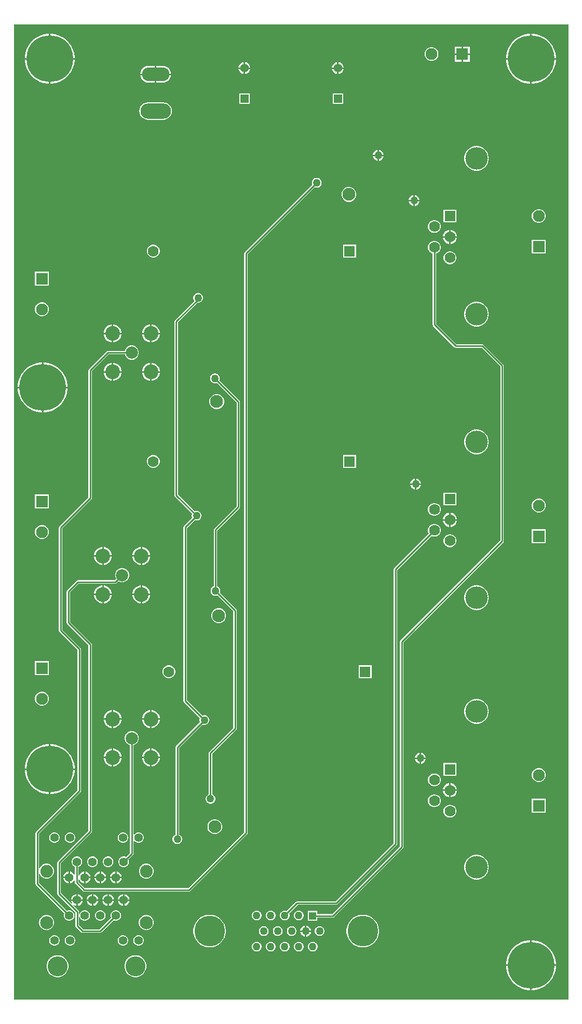
<source format=gbl>
G04*
G04 #@! TF.GenerationSoftware,Altium Limited,Altium Designer,21.2.2 (38)*
G04*
G04 Layer_Physical_Order=2*
G04 Layer_Color=16711680*
%FSLAX25Y25*%
%MOIN*%
G70*
G04*
G04 #@! TF.SameCoordinates,C702BCCC-9178-47BC-8446-E92931C6D717*
G04*
G04*
G04 #@! TF.FilePolarity,Positive*
G04*
G01*
G75*
%ADD15C,0.01000*%
%ADD29C,0.05600*%
%ADD30R,0.05600X0.05600*%
%ADD31C,0.07000*%
%ADD32R,0.07000X0.07000*%
%ADD45R,0.07000X0.07000*%
%ADD49C,0.05500*%
%ADD50C,0.08400*%
%ADD51C,0.08200*%
%ADD52C,0.12800*%
%ADD53C,0.19685*%
%ADD54C,0.05000*%
%ADD55R,0.05000X0.05000*%
%ADD56R,0.07677X0.07677*%
%ADD57C,0.07677*%
%ADD58R,0.07677X0.07677*%
%ADD59C,0.03000*%
%ADD60C,0.30000*%
%ADD61O,0.19685X0.09843*%
%ADD62O,0.17717X0.08858*%
%ADD63C,0.07874*%
%ADD64C,0.09449*%
%ADD65C,0.08268*%
%ADD66C,0.14500*%
G36*
X998000Y102000D02*
X642000D01*
Y728000D01*
X998000D01*
Y102000D01*
D02*
G37*
%LPC*%
G36*
X934681Y713839D02*
X930343D01*
Y709500D01*
X934681D01*
Y713839D01*
D02*
G37*
G36*
X929343D02*
X925004D01*
Y709500D01*
X929343D01*
Y713839D01*
D02*
G37*
G36*
X975259Y722000D02*
X974500D01*
Y706500D01*
X990000D01*
Y707259D01*
X989606Y709747D01*
X988828Y712142D01*
X987684Y714386D01*
X986204Y716423D01*
X984423Y718204D01*
X982386Y719684D01*
X980142Y720828D01*
X977747Y721606D01*
X975259Y722000D01*
D02*
G37*
G36*
X973500D02*
X972741D01*
X970253Y721606D01*
X967858Y720828D01*
X965614Y719684D01*
X963577Y718204D01*
X961796Y716423D01*
X960316Y714386D01*
X959172Y712142D01*
X958394Y709747D01*
X958000Y707259D01*
Y706500D01*
X973500D01*
Y722000D01*
D02*
G37*
G36*
X666259D02*
X665500D01*
Y706500D01*
X681000D01*
Y707259D01*
X680606Y709747D01*
X679828Y712142D01*
X678684Y714386D01*
X677204Y716423D01*
X675423Y718204D01*
X673386Y719684D01*
X671142Y720828D01*
X668747Y721606D01*
X666259Y722000D01*
D02*
G37*
G36*
X664500D02*
X663741D01*
X661253Y721606D01*
X658858Y720828D01*
X656614Y719684D01*
X654577Y718204D01*
X652796Y716423D01*
X651316Y714386D01*
X650172Y712142D01*
X649394Y709747D01*
X649000Y707259D01*
Y706500D01*
X664500D01*
Y722000D01*
D02*
G37*
G36*
X910742Y713439D02*
X909573D01*
X908444Y713136D01*
X907432Y712552D01*
X906606Y711725D01*
X906021Y710713D01*
X905719Y709584D01*
Y708416D01*
X906021Y707287D01*
X906606Y706275D01*
X907432Y705448D01*
X908444Y704864D01*
X909573Y704561D01*
X910742D01*
X911871Y704864D01*
X912883Y705448D01*
X913709Y706275D01*
X914294Y707287D01*
X914596Y708416D01*
Y709584D01*
X914294Y710713D01*
X913709Y711725D01*
X912883Y712552D01*
X911871Y713136D01*
X910742Y713439D01*
D02*
G37*
G36*
X934681Y708500D02*
X930343D01*
Y704161D01*
X934681D01*
Y708500D01*
D02*
G37*
G36*
X929343D02*
X925004D01*
Y704161D01*
X929343D01*
Y708500D01*
D02*
G37*
G36*
X850500Y703800D02*
X850500D01*
Y700500D01*
X853800D01*
Y700500D01*
X853541Y701467D01*
X853041Y702333D01*
X852333Y703041D01*
X851467Y703541D01*
X850500Y703800D01*
D02*
G37*
G36*
X790500D02*
X790500D01*
Y700500D01*
X793800D01*
Y700500D01*
X793541Y701467D01*
X793041Y702333D01*
X792333Y703041D01*
X791467Y703541D01*
X790500Y703800D01*
D02*
G37*
G36*
X849500D02*
X849500D01*
X848533Y703541D01*
X847667Y703041D01*
X846959Y702333D01*
X846459Y701467D01*
X846200Y700500D01*
Y700500D01*
X849500D01*
Y703800D01*
D02*
G37*
G36*
X789500D02*
X789500D01*
X788533Y703541D01*
X787667Y703041D01*
X786959Y702333D01*
X786459Y701467D01*
X786200Y700500D01*
Y700500D01*
X789500D01*
Y703800D01*
D02*
G37*
G36*
X737429Y701476D02*
X733500D01*
Y696500D01*
X742839D01*
X742719Y697417D01*
X742171Y698738D01*
X741301Y699872D01*
X740167Y700742D01*
X738846Y701289D01*
X737429Y701476D01*
D02*
G37*
G36*
X732500D02*
X728571D01*
X727154Y701289D01*
X725833Y700742D01*
X724699Y699872D01*
X723829Y698738D01*
X723281Y697417D01*
X723161Y696500D01*
X732500D01*
Y701476D01*
D02*
G37*
G36*
X853800Y699500D02*
X850500D01*
Y696200D01*
X850500D01*
X851467Y696459D01*
X852333Y696959D01*
X853041Y697667D01*
X853541Y698533D01*
X853800Y699500D01*
Y699500D01*
D02*
G37*
G36*
X849500D02*
X846200D01*
Y699500D01*
X846459Y698533D01*
X846959Y697667D01*
X847667Y696959D01*
X848533Y696459D01*
X849500Y696200D01*
X849500D01*
Y699500D01*
D02*
G37*
G36*
X793800D02*
X790500D01*
Y696200D01*
X790500D01*
X791467Y696459D01*
X792333Y696959D01*
X793041Y697667D01*
X793541Y698533D01*
X793800Y699500D01*
Y699500D01*
D02*
G37*
G36*
X789500D02*
X786200D01*
Y699500D01*
X786459Y698533D01*
X786959Y697667D01*
X787667Y696959D01*
X788533Y696459D01*
X789500Y696200D01*
X789500D01*
Y699500D01*
D02*
G37*
G36*
X742839Y695500D02*
X733500D01*
Y690524D01*
X737429D01*
X738846Y690711D01*
X740167Y691258D01*
X741301Y692128D01*
X742171Y693262D01*
X742719Y694583D01*
X742839Y695500D01*
D02*
G37*
G36*
X732500D02*
X723161D01*
X723281Y694583D01*
X723829Y693262D01*
X724699Y692128D01*
X725833Y691258D01*
X727154Y690711D01*
X728571Y690524D01*
X732500D01*
Y695500D01*
D02*
G37*
G36*
X990000Y705500D02*
X974500D01*
Y690000D01*
X975259D01*
X977747Y690394D01*
X980142Y691172D01*
X982386Y692316D01*
X984423Y693796D01*
X986204Y695577D01*
X987684Y697614D01*
X988828Y699858D01*
X989606Y702253D01*
X990000Y704741D01*
Y705500D01*
D02*
G37*
G36*
X973500D02*
X958000D01*
Y704741D01*
X958394Y702253D01*
X959172Y699858D01*
X960316Y697614D01*
X961796Y695577D01*
X963577Y693796D01*
X965614Y692316D01*
X967858Y691172D01*
X970253Y690394D01*
X972741Y690000D01*
X973500D01*
Y705500D01*
D02*
G37*
G36*
X681000D02*
X665500D01*
Y690000D01*
X666259D01*
X668747Y690394D01*
X671142Y691172D01*
X673386Y692316D01*
X675423Y693796D01*
X677204Y695577D01*
X678684Y697614D01*
X679828Y699858D01*
X680606Y702253D01*
X681000Y704741D01*
Y705500D01*
D02*
G37*
G36*
X664500D02*
X649000D01*
Y704741D01*
X649394Y702253D01*
X650172Y699858D01*
X651316Y697614D01*
X652796Y695577D01*
X654577Y693796D01*
X656614Y692316D01*
X658858Y691172D01*
X661253Y690394D01*
X663741Y690000D01*
X664500D01*
Y705500D01*
D02*
G37*
G36*
X853400Y683700D02*
X846600D01*
Y676900D01*
X853400D01*
Y683700D01*
D02*
G37*
G36*
X793400D02*
X786600D01*
Y676900D01*
X793400D01*
Y683700D01*
D02*
G37*
G36*
X737921Y677947D02*
X728079D01*
X726637Y677757D01*
X725294Y677201D01*
X724141Y676316D01*
X723256Y675162D01*
X722700Y673819D01*
X722510Y672378D01*
X722700Y670937D01*
X723256Y669593D01*
X724141Y668440D01*
X725294Y667555D01*
X726637Y666999D01*
X728079Y666809D01*
X737921D01*
X739363Y666999D01*
X740706Y667555D01*
X741859Y668440D01*
X742744Y669593D01*
X743300Y670937D01*
X743490Y672378D01*
X743300Y673819D01*
X742744Y675162D01*
X741859Y676316D01*
X740706Y677201D01*
X739363Y677757D01*
X737921Y677947D01*
D02*
G37*
G36*
X876500Y647490D02*
Y644500D01*
X879490D01*
X879261Y645351D01*
X878801Y646149D01*
X878149Y646801D01*
X877351Y647261D01*
X876500Y647490D01*
D02*
G37*
G36*
X875500D02*
X874649Y647261D01*
X873851Y646801D01*
X873199Y646149D01*
X872738Y645351D01*
X872511Y644500D01*
X875500D01*
Y647490D01*
D02*
G37*
G36*
X879490Y643500D02*
X876500D01*
Y640511D01*
X877351Y640738D01*
X878149Y641199D01*
X878801Y641851D01*
X879261Y642649D01*
X879490Y643500D01*
D02*
G37*
G36*
X875500D02*
X872511D01*
X872738Y642649D01*
X873199Y641851D01*
X873851Y641199D01*
X874649Y640738D01*
X875500Y640511D01*
Y643500D01*
D02*
G37*
G36*
X939773Y649850D02*
X938227D01*
X936710Y649548D01*
X935282Y648957D01*
X933996Y648098D01*
X932903Y647004D01*
X932043Y645718D01*
X931452Y644290D01*
X931150Y642773D01*
Y641227D01*
X931452Y639710D01*
X932043Y638282D01*
X932903Y636996D01*
X933996Y635903D01*
X935282Y635043D01*
X936710Y634452D01*
X938227Y634150D01*
X939773D01*
X941290Y634452D01*
X942718Y635043D01*
X944004Y635903D01*
X945098Y636996D01*
X945957Y638282D01*
X946548Y639710D01*
X946850Y641227D01*
Y642773D01*
X946548Y644290D01*
X945957Y645718D01*
X945098Y647004D01*
X944004Y648098D01*
X942718Y648957D01*
X941290Y649548D01*
X939773Y649850D01*
D02*
G37*
G36*
X836833Y629475D02*
X836017D01*
X835229Y629263D01*
X834522Y628855D01*
X833945Y628278D01*
X833537Y627571D01*
X833325Y626783D01*
Y625967D01*
X833537Y625178D01*
X833575Y625111D01*
X790207Y581743D01*
X789964Y581379D01*
X789878Y580950D01*
X789878Y580949D01*
Y209465D01*
X753935Y173522D01*
X687565D01*
X683422Y177665D01*
Y179300D01*
X683922Y179366D01*
X684006Y179052D01*
X684499Y178198D01*
X685197Y177499D01*
X686053Y177006D01*
X687000Y176752D01*
Y180500D01*
Y184248D01*
X686053Y183994D01*
X685197Y183501D01*
X684499Y182802D01*
X684006Y181948D01*
X683922Y181634D01*
X683422Y181700D01*
Y187279D01*
X683793Y187378D01*
X684557Y187819D01*
X685181Y188443D01*
X685622Y189207D01*
X685850Y190059D01*
Y190941D01*
X685622Y191793D01*
X685181Y192557D01*
X684557Y193181D01*
X683793Y193622D01*
X682941Y193850D01*
X682059D01*
X681207Y193622D01*
X680443Y193181D01*
X679819Y192557D01*
X679378Y191793D01*
X679150Y190941D01*
Y190059D01*
X679378Y189207D01*
X679819Y188443D01*
X680443Y187819D01*
X681178Y187395D01*
Y182629D01*
X680678Y182495D01*
X680501Y182802D01*
X679803Y183501D01*
X678947Y183994D01*
X678000Y184248D01*
Y180500D01*
Y176752D01*
X678947Y177006D01*
X679803Y177499D01*
X680501Y178198D01*
X680678Y178505D01*
X681178Y178371D01*
Y177200D01*
X681178Y177200D01*
X681264Y176771D01*
X681507Y176407D01*
X686307Y171607D01*
X686307Y171607D01*
X686671Y171364D01*
X687100Y171278D01*
X687100Y171278D01*
X754400D01*
X754400Y171278D01*
X754829Y171364D01*
X755193Y171607D01*
X791793Y208207D01*
X791793Y208207D01*
X792036Y208571D01*
X792122Y209000D01*
X792122Y209000D01*
Y580485D01*
X835161Y623525D01*
X835229Y623486D01*
X836017Y623275D01*
X836833D01*
X837622Y623486D01*
X838329Y623894D01*
X838906Y624471D01*
X839314Y625178D01*
X839525Y625967D01*
Y626783D01*
X839314Y627571D01*
X838906Y628278D01*
X838329Y628855D01*
X837622Y629263D01*
X836833Y629475D01*
D02*
G37*
G36*
X899500Y618490D02*
Y615500D01*
X902489D01*
X902262Y616351D01*
X901801Y617149D01*
X901149Y617801D01*
X900351Y618261D01*
X899500Y618490D01*
D02*
G37*
G36*
X898500D02*
X897649Y618261D01*
X896851Y617801D01*
X896199Y617149D01*
X895739Y616351D01*
X895510Y615500D01*
X898500D01*
Y618490D01*
D02*
G37*
G36*
X857710Y623631D02*
X856463D01*
X855259Y623309D01*
X854180Y622686D01*
X853299Y621804D01*
X852675Y620725D01*
X852353Y619521D01*
Y618274D01*
X852675Y617070D01*
X853299Y615991D01*
X854180Y615110D01*
X855259Y614486D01*
X856463Y614164D01*
X857710D01*
X858914Y614486D01*
X859993Y615110D01*
X860875Y615991D01*
X861498Y617070D01*
X861821Y618274D01*
Y619521D01*
X861498Y620725D01*
X860875Y621804D01*
X859993Y622686D01*
X858914Y623309D01*
X857710Y623631D01*
D02*
G37*
G36*
X902489Y614500D02*
X899500D01*
Y611511D01*
X900351Y611738D01*
X901149Y612199D01*
X901801Y612851D01*
X902262Y613649D01*
X902489Y614500D01*
D02*
G37*
G36*
X898500D02*
X895510D01*
X895739Y613649D01*
X896199Y612851D01*
X896851Y612199D01*
X897649Y611738D01*
X898500Y611511D01*
Y614500D01*
D02*
G37*
G36*
X926100Y609100D02*
X917900D01*
Y600900D01*
X926100D01*
Y609100D01*
D02*
G37*
G36*
X979584Y609439D02*
X978416D01*
X977287Y609136D01*
X976275Y608552D01*
X975448Y607725D01*
X974864Y606713D01*
X974561Y605584D01*
Y604416D01*
X974864Y603287D01*
X975448Y602275D01*
X976275Y601448D01*
X977287Y600864D01*
X978416Y600561D01*
X979584D01*
X980713Y600864D01*
X981725Y601448D01*
X982552Y602275D01*
X983136Y603287D01*
X983439Y604416D01*
Y605584D01*
X983136Y606713D01*
X982552Y607725D01*
X981725Y608552D01*
X980713Y609136D01*
X979584Y609439D01*
D02*
G37*
G36*
X912540Y602407D02*
X911460D01*
X910417Y602128D01*
X909482Y601588D01*
X908719Y600824D01*
X908179Y599890D01*
X907900Y598847D01*
Y597767D01*
X908179Y596725D01*
X908719Y595790D01*
X909482Y595026D01*
X910417Y594487D01*
X911460Y594207D01*
X912540D01*
X913583Y594487D01*
X914517Y595026D01*
X915281Y595790D01*
X915821Y596725D01*
X916100Y597767D01*
Y598847D01*
X915821Y599890D01*
X915281Y600824D01*
X914517Y601588D01*
X913583Y602128D01*
X912540Y602407D01*
D02*
G37*
G36*
X922592Y596114D02*
X922500D01*
Y592114D01*
X926500D01*
Y592207D01*
X926193Y593351D01*
X925601Y594377D01*
X924763Y595215D01*
X923737Y595808D01*
X922592Y596114D01*
D02*
G37*
G36*
X921500D02*
X921408D01*
X920263Y595808D01*
X919237Y595215D01*
X918399Y594377D01*
X917807Y593351D01*
X917500Y592207D01*
Y592114D01*
X921500D01*
Y596114D01*
D02*
G37*
G36*
X926500Y591114D02*
X922500D01*
Y587114D01*
X922592D01*
X923737Y587421D01*
X924763Y588013D01*
X925601Y588851D01*
X926193Y589877D01*
X926500Y591022D01*
Y591114D01*
D02*
G37*
G36*
X921500D02*
X917500D01*
Y591022D01*
X917807Y589877D01*
X918399Y588851D01*
X919237Y588013D01*
X920263Y587421D01*
X921408Y587114D01*
X921500D01*
Y591114D01*
D02*
G37*
G36*
X983439Y589753D02*
X974561D01*
Y580876D01*
X983439D01*
Y589753D01*
D02*
G37*
G36*
X861600Y586600D02*
X853400D01*
Y578400D01*
X861600D01*
Y586600D01*
D02*
G37*
G36*
X732040D02*
X730960D01*
X729917Y586321D01*
X728982Y585781D01*
X728219Y585017D01*
X727679Y584083D01*
X727400Y583040D01*
Y581960D01*
X727679Y580918D01*
X728219Y579983D01*
X728982Y579219D01*
X729917Y578679D01*
X730960Y578400D01*
X732040D01*
X733082Y578679D01*
X734018Y579219D01*
X734781Y579983D01*
X735321Y580918D01*
X735600Y581960D01*
Y583040D01*
X735321Y584083D01*
X734781Y585017D01*
X734018Y585781D01*
X733082Y586321D01*
X732040Y586600D01*
D02*
G37*
G36*
X922540Y582328D02*
X921460D01*
X920417Y582049D01*
X919483Y581509D01*
X918719Y580746D01*
X918179Y579811D01*
X917900Y578768D01*
Y577689D01*
X918179Y576646D01*
X918719Y575711D01*
X919483Y574948D01*
X920417Y574408D01*
X921460Y574128D01*
X922540D01*
X923582Y574408D01*
X924518Y574948D01*
X925281Y575711D01*
X925821Y576646D01*
X926100Y577689D01*
Y578768D01*
X925821Y579811D01*
X925281Y580746D01*
X924518Y581509D01*
X923582Y582049D01*
X922540Y582328D01*
D02*
G37*
G36*
X664439Y569281D02*
X655561D01*
Y560404D01*
X664439D01*
Y569281D01*
D02*
G37*
G36*
X760754Y555554D02*
X759938D01*
X759150Y555342D01*
X758443Y554934D01*
X757866Y554357D01*
X757458Y553650D01*
X757246Y552862D01*
Y552045D01*
X757458Y551257D01*
X757866Y550550D01*
X757902Y550513D01*
X745407Y538018D01*
X745164Y537654D01*
X745078Y537225D01*
X745078Y537225D01*
Y425793D01*
X745078Y425793D01*
X745164Y425364D01*
X745407Y425000D01*
X756496Y413910D01*
X756458Y413843D01*
X756246Y413055D01*
Y412238D01*
X756458Y411450D01*
X756496Y411383D01*
X751207Y406093D01*
X750964Y405729D01*
X750878Y405300D01*
X750878Y405300D01*
Y293793D01*
X750878Y293793D01*
X750964Y293364D01*
X751207Y293000D01*
X761496Y282710D01*
X761458Y282643D01*
X761246Y281855D01*
Y281038D01*
X761458Y280250D01*
X761496Y280183D01*
X746207Y264893D01*
X745964Y264529D01*
X745878Y264100D01*
X745878Y264100D01*
Y207909D01*
X745803Y207889D01*
X745097Y207481D01*
X744519Y206903D01*
X744111Y206197D01*
X743900Y205408D01*
Y204592D01*
X744111Y203803D01*
X744519Y203097D01*
X745097Y202519D01*
X745803Y202111D01*
X746592Y201900D01*
X747408D01*
X748197Y202111D01*
X748903Y202519D01*
X749481Y203097D01*
X749889Y203803D01*
X750100Y204592D01*
Y205408D01*
X749889Y206197D01*
X749481Y206903D01*
X748903Y207481D01*
X748197Y207889D01*
X748122Y207909D01*
Y263635D01*
X763083Y278596D01*
X763150Y278558D01*
X763938Y278346D01*
X764754D01*
X765543Y278558D01*
X766250Y278966D01*
X766827Y279543D01*
X767235Y280250D01*
X767446Y281038D01*
Y281855D01*
X767235Y282643D01*
X766827Y283350D01*
X766250Y283927D01*
X765543Y284335D01*
X764754Y284546D01*
X763938D01*
X763150Y284335D01*
X763083Y284296D01*
X753122Y294257D01*
Y404835D01*
X758083Y409796D01*
X758150Y409758D01*
X758938Y409546D01*
X759755D01*
X760543Y409758D01*
X761250Y410166D01*
X761827Y410743D01*
X762235Y411450D01*
X762446Y412238D01*
Y413055D01*
X762235Y413843D01*
X761827Y414550D01*
X761250Y415127D01*
X760543Y415535D01*
X759755Y415746D01*
X758938D01*
X758150Y415535D01*
X758083Y415496D01*
X747322Y426257D01*
Y536760D01*
X759920Y549359D01*
X759938Y549354D01*
X760754D01*
X761543Y549565D01*
X762250Y549973D01*
X762827Y550550D01*
X763235Y551257D01*
X763446Y552045D01*
Y552862D01*
X763235Y553650D01*
X762827Y554357D01*
X762250Y554934D01*
X761543Y555342D01*
X760754Y555554D01*
D02*
G37*
G36*
X660584Y549596D02*
X659416D01*
X658287Y549294D01*
X657275Y548709D01*
X656448Y547883D01*
X655864Y546871D01*
X655561Y545742D01*
Y544573D01*
X655864Y543444D01*
X656448Y542432D01*
X657275Y541606D01*
X658287Y541021D01*
X659416Y540719D01*
X660584D01*
X661713Y541021D01*
X662725Y541606D01*
X663552Y542432D01*
X664136Y543444D01*
X664439Y544573D01*
Y545742D01*
X664136Y546871D01*
X663552Y547883D01*
X662725Y548709D01*
X661713Y549294D01*
X660584Y549596D01*
D02*
G37*
G36*
X939773Y549850D02*
X938227D01*
X936710Y549548D01*
X935282Y548957D01*
X933996Y548098D01*
X932903Y547004D01*
X932043Y545718D01*
X931452Y544290D01*
X931150Y542773D01*
Y541227D01*
X931452Y539710D01*
X932043Y538282D01*
X932903Y536996D01*
X933996Y535903D01*
X935282Y535043D01*
X936710Y534452D01*
X938227Y534150D01*
X939773D01*
X941290Y534452D01*
X942718Y535043D01*
X944004Y535903D01*
X945098Y536996D01*
X945957Y538282D01*
X946548Y539710D01*
X946850Y541227D01*
Y542773D01*
X946548Y544290D01*
X945957Y545718D01*
X945098Y547004D01*
X944004Y548098D01*
X942718Y548957D01*
X941290Y549548D01*
X939773Y549850D01*
D02*
G37*
G36*
X706108Y535370D02*
X705854D01*
Y530146D01*
X711079D01*
Y530399D01*
X710689Y531855D01*
X709935Y533160D01*
X708869Y534226D01*
X707564Y534980D01*
X706108Y535370D01*
D02*
G37*
G36*
X704854D02*
X704601D01*
X703145Y534980D01*
X701839Y534226D01*
X700774Y533160D01*
X700020Y531855D01*
X699630Y530399D01*
Y530146D01*
X704854D01*
Y535370D01*
D02*
G37*
G36*
X730754D02*
X730500D01*
Y530146D01*
X735724D01*
Y530399D01*
X735334Y531855D01*
X734581Y533160D01*
X733515Y534226D01*
X732209Y534980D01*
X730754Y535370D01*
D02*
G37*
G36*
X729500D02*
X729246D01*
X727790Y534980D01*
X726485Y534226D01*
X725419Y533160D01*
X724666Y531855D01*
X724276Y530399D01*
Y530146D01*
X729500D01*
Y535370D01*
D02*
G37*
G36*
X735724Y529146D02*
X730500D01*
Y523921D01*
X730754D01*
X732209Y524311D01*
X733515Y525065D01*
X734581Y526131D01*
X735334Y527436D01*
X735724Y528892D01*
Y529146D01*
D02*
G37*
G36*
X729500D02*
X724276D01*
Y528892D01*
X724666Y527436D01*
X725419Y526131D01*
X726485Y525065D01*
X727790Y524311D01*
X729246Y523921D01*
X729500D01*
Y529146D01*
D02*
G37*
G36*
X711079Y529146D02*
X705854D01*
Y523921D01*
X706108D01*
X707564Y524311D01*
X708869Y525065D01*
X709935Y526131D01*
X710689Y527436D01*
X711079Y528892D01*
Y529146D01*
D02*
G37*
G36*
X704854D02*
X699630D01*
Y528892D01*
X700020Y527436D01*
X700774Y526131D01*
X701839Y525065D01*
X703145Y524311D01*
X704601Y523921D01*
X704854D01*
Y529146D01*
D02*
G37*
G36*
X718274Y521860D02*
X717080D01*
X715926Y521551D01*
X714891Y520953D01*
X714047Y520109D01*
X713449Y519074D01*
X713281Y518444D01*
X702323D01*
X702323Y518444D01*
X701894Y518359D01*
X701530Y518116D01*
X701530Y518116D01*
X690207Y506793D01*
X689964Y506429D01*
X689878Y506000D01*
X689878Y506000D01*
Y424465D01*
X671207Y405793D01*
X670964Y405429D01*
X670878Y405000D01*
X670878Y405000D01*
Y339000D01*
X670878Y339000D01*
X670964Y338571D01*
X671207Y338207D01*
X682878Y326535D01*
Y236465D01*
X656207Y209793D01*
X655964Y209429D01*
X655878Y209000D01*
X655878Y209000D01*
Y176500D01*
X655878Y176500D01*
X655964Y176071D01*
X656207Y175707D01*
X674467Y157447D01*
X674378Y157293D01*
X674150Y156441D01*
Y155559D01*
X674378Y154707D01*
X674819Y153943D01*
X675443Y153319D01*
X676207Y152878D01*
X677059Y152650D01*
X677941D01*
X678793Y152878D01*
X679557Y153319D01*
X680181Y153943D01*
X680622Y154707D01*
X680850Y155559D01*
Y156441D01*
X680622Y157293D01*
X680181Y158057D01*
X679557Y158681D01*
X678793Y159122D01*
X677941Y159350D01*
X677059D01*
X676207Y159122D01*
X676053Y159033D01*
X658122Y176965D01*
Y182615D01*
X658620Y182686D01*
X659239Y181614D01*
X660114Y180739D01*
X661186Y180120D01*
X662381Y179800D01*
X663619D01*
X664814Y180120D01*
X665886Y180739D01*
X666761Y181614D01*
X667380Y182686D01*
X667700Y183881D01*
Y185119D01*
X667380Y186314D01*
X666761Y187386D01*
X665886Y188261D01*
X664814Y188880D01*
X663619Y189200D01*
X662381D01*
X661186Y188880D01*
X660114Y188261D01*
X659239Y187386D01*
X658620Y186314D01*
X658122Y186385D01*
Y208535D01*
X684793Y235207D01*
X684793Y235207D01*
X685036Y235571D01*
X685122Y236000D01*
X685122Y236000D01*
Y327000D01*
X685036Y327429D01*
X684793Y327793D01*
X684793Y327793D01*
X673122Y339465D01*
Y404535D01*
X691793Y423207D01*
X691793Y423207D01*
X692036Y423571D01*
X692122Y424000D01*
X692122Y424000D01*
Y505535D01*
X702787Y516201D01*
X713281D01*
X713449Y515572D01*
X714047Y514537D01*
X714891Y513692D01*
X715926Y513095D01*
X717080Y512786D01*
X718274D01*
X719428Y513095D01*
X720463Y513692D01*
X721308Y514537D01*
X721905Y515572D01*
X722214Y516725D01*
Y517920D01*
X721905Y519074D01*
X721308Y520109D01*
X720463Y520953D01*
X719428Y521551D01*
X718274Y521860D01*
D02*
G37*
G36*
X706108Y510724D02*
X705854D01*
Y505500D01*
X711079D01*
Y505754D01*
X710689Y507209D01*
X709935Y508515D01*
X708869Y509581D01*
X707564Y510334D01*
X706108Y510724D01*
D02*
G37*
G36*
X704854D02*
X704601D01*
X703145Y510334D01*
X701839Y509581D01*
X700774Y508515D01*
X700020Y507209D01*
X699630Y505754D01*
Y505500D01*
X704854D01*
Y510724D01*
D02*
G37*
G36*
X730754D02*
X730500D01*
Y505500D01*
X735724D01*
Y505754D01*
X735334Y507209D01*
X734581Y508515D01*
X733515Y509581D01*
X732209Y510334D01*
X730754Y510724D01*
D02*
G37*
G36*
X729500D02*
X729246D01*
X727790Y510334D01*
X726485Y509581D01*
X725419Y508515D01*
X724666Y507209D01*
X724276Y505754D01*
Y505500D01*
X729500D01*
Y510724D01*
D02*
G37*
G36*
X735724Y504500D02*
X730500D01*
Y499276D01*
X730754D01*
X732209Y499666D01*
X733515Y500419D01*
X734581Y501485D01*
X735334Y502790D01*
X735724Y504246D01*
Y504500D01*
D02*
G37*
G36*
X729500D02*
X724276D01*
Y504246D01*
X724666Y502790D01*
X725419Y501485D01*
X726485Y500419D01*
X727790Y499666D01*
X729246Y499276D01*
X729500D01*
Y504500D01*
D02*
G37*
G36*
X711079Y504500D02*
X705854D01*
Y499276D01*
X706108D01*
X707564Y499666D01*
X708869Y500419D01*
X709935Y501485D01*
X710689Y502790D01*
X711079Y504246D01*
Y504500D01*
D02*
G37*
G36*
X704854D02*
X699630D01*
Y504246D01*
X700020Y502790D01*
X700774Y501485D01*
X701839Y500419D01*
X703145Y499666D01*
X704601Y499276D01*
X704854D01*
Y504500D01*
D02*
G37*
G36*
X661759Y511000D02*
X661000D01*
Y495500D01*
X676500D01*
Y496259D01*
X676106Y498747D01*
X675328Y501142D01*
X674184Y503386D01*
X672704Y505423D01*
X670923Y507204D01*
X668886Y508684D01*
X666642Y509828D01*
X664247Y510606D01*
X661759Y511000D01*
D02*
G37*
G36*
X660000D02*
X659241D01*
X656753Y510606D01*
X654358Y509828D01*
X652114Y508684D01*
X650077Y507204D01*
X648296Y505423D01*
X646816Y503386D01*
X645672Y501142D01*
X644894Y498747D01*
X644500Y496259D01*
Y495500D01*
X660000D01*
Y511000D01*
D02*
G37*
G36*
X772823Y490634D02*
X771577D01*
X770373Y490311D01*
X769293Y489688D01*
X768412Y488807D01*
X767789Y487727D01*
X767466Y486523D01*
Y485277D01*
X767789Y484073D01*
X768412Y482993D01*
X769293Y482112D01*
X770373Y481489D01*
X771577Y481166D01*
X772823D01*
X774027Y481489D01*
X775107Y482112D01*
X775988Y482993D01*
X776611Y484073D01*
X776934Y485277D01*
Y486523D01*
X776611Y487727D01*
X775988Y488807D01*
X775107Y489688D01*
X774027Y490311D01*
X772823Y490634D01*
D02*
G37*
G36*
X676500Y494500D02*
X661000D01*
Y479000D01*
X661759D01*
X664247Y479394D01*
X666642Y480172D01*
X668886Y481316D01*
X670923Y482796D01*
X672704Y484577D01*
X674184Y486614D01*
X675328Y488858D01*
X676106Y491253D01*
X676500Y493741D01*
Y494500D01*
D02*
G37*
G36*
X660000D02*
X644500D01*
Y493741D01*
X644894Y491253D01*
X645672Y488858D01*
X646816Y486614D01*
X648296Y484577D01*
X650077Y482796D01*
X652114Y481316D01*
X654358Y480172D01*
X656753Y479394D01*
X659241Y479000D01*
X660000D01*
Y494500D01*
D02*
G37*
G36*
X939773Y467850D02*
X938227D01*
X936710Y467548D01*
X935282Y466957D01*
X933996Y466097D01*
X932903Y465004D01*
X932043Y463718D01*
X931452Y462290D01*
X931150Y460773D01*
Y459227D01*
X931452Y457710D01*
X932043Y456282D01*
X932903Y454996D01*
X933996Y453902D01*
X935282Y453043D01*
X936710Y452452D01*
X938227Y452150D01*
X939773D01*
X941290Y452452D01*
X942718Y453043D01*
X944004Y453902D01*
X945098Y454996D01*
X945957Y456282D01*
X946548Y457710D01*
X946850Y459227D01*
Y460773D01*
X946548Y462290D01*
X945957Y463718D01*
X945098Y465004D01*
X944004Y466097D01*
X942718Y466957D01*
X941290Y467548D01*
X939773Y467850D01*
D02*
G37*
G36*
X861600Y451600D02*
X853400D01*
Y443400D01*
X861600D01*
Y451600D01*
D02*
G37*
G36*
X732040D02*
X730960D01*
X729917Y451321D01*
X728982Y450781D01*
X728219Y450017D01*
X727679Y449083D01*
X727400Y448040D01*
Y446960D01*
X727679Y445918D01*
X728219Y444982D01*
X728982Y444219D01*
X729917Y443679D01*
X730960Y443400D01*
X732040D01*
X733082Y443679D01*
X734017Y444219D01*
X734781Y444982D01*
X735321Y445918D01*
X735600Y446960D01*
Y448040D01*
X735321Y449083D01*
X734781Y450017D01*
X734017Y450781D01*
X733082Y451321D01*
X732040Y451600D01*
D02*
G37*
G36*
X900500Y436489D02*
Y433500D01*
X903489D01*
X903261Y434351D01*
X902801Y435149D01*
X902149Y435801D01*
X901351Y436262D01*
X900500Y436489D01*
D02*
G37*
G36*
X899500D02*
X898649Y436262D01*
X897851Y435801D01*
X897199Y435149D01*
X896739Y434351D01*
X896511Y433500D01*
X899500D01*
Y436489D01*
D02*
G37*
G36*
X903489Y432500D02*
X900500D01*
Y429510D01*
X901351Y429739D01*
X902149Y430199D01*
X902801Y430851D01*
X903261Y431649D01*
X903489Y432500D01*
D02*
G37*
G36*
X899500D02*
X896511D01*
X896739Y431649D01*
X897199Y430851D01*
X897851Y430199D01*
X898649Y429739D01*
X899500Y429510D01*
Y432500D01*
D02*
G37*
G36*
X926100Y427486D02*
X917900D01*
Y419286D01*
X926100D01*
Y427486D01*
D02*
G37*
G36*
X664439Y426281D02*
X655561D01*
Y417404D01*
X664439D01*
Y426281D01*
D02*
G37*
G36*
X979584Y423619D02*
X978416D01*
X977287Y423316D01*
X976275Y422732D01*
X975448Y421905D01*
X974864Y420893D01*
X974561Y419764D01*
Y418596D01*
X974864Y417467D01*
X975448Y416455D01*
X976275Y415628D01*
X977287Y415044D01*
X978416Y414741D01*
X979584D01*
X980713Y415044D01*
X981725Y415628D01*
X982552Y416455D01*
X983136Y417467D01*
X983439Y418596D01*
Y419764D01*
X983136Y420893D01*
X982552Y421905D01*
X981725Y422732D01*
X980713Y423316D01*
X979584Y423619D01*
D02*
G37*
G36*
X912540Y420793D02*
X911460D01*
X910417Y420513D01*
X909482Y419974D01*
X908719Y419210D01*
X908179Y418275D01*
X907900Y417233D01*
Y416153D01*
X908179Y415110D01*
X908719Y414176D01*
X909482Y413412D01*
X910417Y412872D01*
X911460Y412593D01*
X912540D01*
X913583Y412872D01*
X914517Y413412D01*
X915281Y414176D01*
X915821Y415110D01*
X916100Y416153D01*
Y417233D01*
X915821Y418275D01*
X915281Y419210D01*
X914517Y419974D01*
X913583Y420513D01*
X912540Y420793D01*
D02*
G37*
G36*
X922592Y414500D02*
X922500D01*
Y410500D01*
X926500D01*
Y410592D01*
X926193Y411737D01*
X925601Y412763D01*
X924763Y413601D01*
X923737Y414193D01*
X922592Y414500D01*
D02*
G37*
G36*
X921500D02*
X921408D01*
X920263Y414193D01*
X919237Y413601D01*
X918399Y412763D01*
X917807Y411737D01*
X917500Y410592D01*
Y410500D01*
X921500D01*
Y414500D01*
D02*
G37*
G36*
X926500Y409500D02*
X922500D01*
Y405500D01*
X922592D01*
X923737Y405807D01*
X924763Y406399D01*
X925601Y407237D01*
X926193Y408263D01*
X926500Y409408D01*
Y409500D01*
D02*
G37*
G36*
X921500D02*
X917500D01*
Y409408D01*
X917807Y408263D01*
X918399Y407237D01*
X919237Y406399D01*
X920263Y405807D01*
X921408Y405500D01*
X921500D01*
Y409500D01*
D02*
G37*
G36*
X912540Y407407D02*
X911460D01*
X910417Y407128D01*
X909482Y406588D01*
X908719Y405825D01*
X908179Y404890D01*
X907900Y403847D01*
Y402767D01*
X908179Y401724D01*
X908418Y401311D01*
X886207Y379100D01*
X885964Y378736D01*
X885878Y378307D01*
X885878Y378307D01*
Y202465D01*
X848535Y165122D01*
X823882D01*
X823882Y165122D01*
X823453Y165036D01*
X823089Y164793D01*
X823089Y164793D01*
X817146Y158850D01*
X817078Y158889D01*
X816290Y159100D01*
X815474D01*
X814685Y158889D01*
X813978Y158481D01*
X813401Y157903D01*
X812993Y157197D01*
X812782Y156408D01*
Y155592D01*
X812993Y154803D01*
X813401Y154097D01*
X813978Y153519D01*
X814685Y153111D01*
X815474Y152900D01*
X816290D01*
X817078Y153111D01*
X817785Y153519D01*
X818363Y154097D01*
X818771Y154803D01*
X818982Y155592D01*
Y156408D01*
X818771Y157197D01*
X818732Y157264D01*
X824346Y162878D01*
X849000D01*
X849000Y162878D01*
X849429Y162964D01*
X849793Y163207D01*
X887793Y201207D01*
X887793Y201207D01*
X888036Y201571D01*
X888122Y202000D01*
X888122Y202000D01*
Y377842D01*
X910004Y399725D01*
X910417Y399486D01*
X911460Y399207D01*
X912540D01*
X913583Y399486D01*
X914517Y400026D01*
X915281Y400790D01*
X915821Y401724D01*
X916100Y402767D01*
Y403847D01*
X915821Y404890D01*
X915281Y405825D01*
X914517Y406588D01*
X913583Y407128D01*
X912540Y407407D01*
D02*
G37*
G36*
X660584Y406596D02*
X659416D01*
X658287Y406294D01*
X657275Y405709D01*
X656448Y404883D01*
X655864Y403871D01*
X655561Y402742D01*
Y401573D01*
X655864Y400444D01*
X656448Y399432D01*
X657275Y398606D01*
X658287Y398021D01*
X659416Y397719D01*
X660584D01*
X661713Y398021D01*
X662725Y398606D01*
X663552Y399432D01*
X664136Y400444D01*
X664439Y401573D01*
Y402742D01*
X664136Y403871D01*
X663552Y404883D01*
X662725Y405709D01*
X661713Y406294D01*
X660584Y406596D01*
D02*
G37*
G36*
X983439Y403933D02*
X974561D01*
Y395056D01*
X983439D01*
Y403933D01*
D02*
G37*
G36*
X922540Y400714D02*
X921460D01*
X920417Y400435D01*
X919483Y399895D01*
X918719Y399132D01*
X918179Y398197D01*
X917900Y397154D01*
Y396074D01*
X918179Y395032D01*
X918719Y394097D01*
X919483Y393333D01*
X920417Y392794D01*
X921460Y392514D01*
X922540D01*
X923582Y392794D01*
X924518Y393333D01*
X925281Y394097D01*
X925821Y395032D01*
X926100Y396074D01*
Y397154D01*
X925821Y398197D01*
X925281Y399132D01*
X924518Y399895D01*
X923582Y400435D01*
X922540Y400714D01*
D02*
G37*
G36*
X724577Y392547D02*
X724323D01*
Y387323D01*
X729547D01*
Y387577D01*
X729157Y389032D01*
X728404Y390338D01*
X727338Y391404D01*
X726032Y392157D01*
X724577Y392547D01*
D02*
G37*
G36*
X723323D02*
X723069D01*
X721613Y392157D01*
X720308Y391404D01*
X719242Y390338D01*
X718489Y389032D01*
X718098Y387577D01*
Y387323D01*
X723323D01*
Y392547D01*
D02*
G37*
G36*
X699931D02*
X699677D01*
Y387323D01*
X704902D01*
Y387577D01*
X704511Y389032D01*
X703758Y390338D01*
X702692Y391404D01*
X701387Y392157D01*
X699931Y392547D01*
D02*
G37*
G36*
X698677D02*
X698423D01*
X696968Y392157D01*
X695662Y391404D01*
X694596Y390338D01*
X693843Y389032D01*
X693453Y387577D01*
Y387323D01*
X698677D01*
Y392547D01*
D02*
G37*
G36*
X729547Y386323D02*
X724323D01*
Y381098D01*
X724577D01*
X726032Y381488D01*
X727338Y382242D01*
X728404Y383308D01*
X729157Y384613D01*
X729547Y386069D01*
Y386323D01*
D02*
G37*
G36*
X723323D02*
X718098D01*
Y386069D01*
X718489Y384613D01*
X719242Y383308D01*
X720308Y382242D01*
X721613Y381488D01*
X723069Y381098D01*
X723323D01*
Y386323D01*
D02*
G37*
G36*
X704902D02*
X699677D01*
Y381098D01*
X699931D01*
X701387Y381488D01*
X702692Y382242D01*
X703758Y383308D01*
X704511Y384613D01*
X704902Y386069D01*
Y386323D01*
D02*
G37*
G36*
X698677D02*
X693453D01*
Y386069D01*
X693843Y384613D01*
X694596Y383308D01*
X695662Y382242D01*
X696968Y381488D01*
X698423Y381098D01*
X698677D01*
Y386323D01*
D02*
G37*
G36*
X712097Y379037D02*
X710903D01*
X709749Y378728D01*
X708714Y378131D01*
X707869Y377286D01*
X707272Y376251D01*
X706963Y375097D01*
Y373903D01*
X707272Y372749D01*
X707598Y372184D01*
X706628Y371214D01*
X683092D01*
X683092Y371214D01*
X682663Y371129D01*
X682299Y370885D01*
X682299Y370885D01*
X676207Y364793D01*
X675964Y364429D01*
X675878Y364000D01*
X675878Y364000D01*
Y344000D01*
X675878Y344000D01*
X675964Y343571D01*
X676207Y343207D01*
X689878Y329535D01*
Y210465D01*
X670207Y190793D01*
X669964Y190429D01*
X669878Y190000D01*
X669878Y190000D01*
Y170000D01*
X669878Y170000D01*
X669964Y169571D01*
X670207Y169207D01*
X681478Y157935D01*
Y149400D01*
X681478Y149400D01*
X681564Y148971D01*
X681807Y148607D01*
X685207Y145207D01*
X685207Y145207D01*
X685571Y144964D01*
X686000Y144878D01*
X686000Y144878D01*
X697500D01*
X697500Y144878D01*
X697929Y144964D01*
X698293Y145207D01*
X706053Y152967D01*
X706207Y152878D01*
X707059Y152650D01*
X707941D01*
X708793Y152878D01*
X709557Y153319D01*
X710181Y153943D01*
X710622Y154707D01*
X710850Y155559D01*
Y156441D01*
X710622Y157293D01*
X710181Y158057D01*
X709557Y158681D01*
X708793Y159122D01*
X707941Y159350D01*
X707059D01*
X706207Y159122D01*
X705443Y158681D01*
X704819Y158057D01*
X704378Y157293D01*
X704150Y156441D01*
Y155559D01*
X704378Y154707D01*
X704467Y154553D01*
X697035Y147122D01*
X686465D01*
X683722Y149865D01*
Y155226D01*
X684222Y155292D01*
X684378Y154707D01*
X684819Y153943D01*
X685443Y153319D01*
X686207Y152878D01*
X687059Y152650D01*
X687941D01*
X688793Y152878D01*
X689557Y153319D01*
X690181Y153943D01*
X690622Y154707D01*
X690850Y155559D01*
Y156441D01*
X690622Y157293D01*
X690181Y158057D01*
X689557Y158681D01*
X688793Y159122D01*
X687941Y159350D01*
X687059D01*
X686207Y159122D01*
X685443Y158681D01*
X684819Y158057D01*
X684378Y157293D01*
X684222Y156708D01*
X683722Y156774D01*
Y158400D01*
X683722Y158400D01*
X683636Y158829D01*
X683393Y159193D01*
X683393Y159193D01*
X680119Y162467D01*
X680426Y162867D01*
X681052Y162506D01*
X682000Y162252D01*
Y165500D01*
X678752D01*
X679006Y164552D01*
X679367Y163926D01*
X678967Y163619D01*
X672122Y170465D01*
Y189535D01*
X691793Y209207D01*
X691793Y209207D01*
X692036Y209571D01*
X692122Y210000D01*
X692122Y210000D01*
Y330000D01*
X692122Y330000D01*
X692036Y330429D01*
X691793Y330793D01*
X678122Y344465D01*
Y363535D01*
X683557Y368971D01*
X707092D01*
X707092Y368971D01*
X707522Y369056D01*
X707885Y369299D01*
X709184Y370598D01*
X709749Y370272D01*
X710903Y369963D01*
X712097D01*
X713251Y370272D01*
X714286Y370869D01*
X715131Y371714D01*
X715728Y372749D01*
X716037Y373903D01*
Y375097D01*
X715728Y376251D01*
X715131Y377286D01*
X714286Y378131D01*
X713251Y378728D01*
X712097Y379037D01*
D02*
G37*
G36*
X724577Y367902D02*
X724323D01*
Y362677D01*
X729547D01*
Y362931D01*
X729157Y364387D01*
X728404Y365692D01*
X727338Y366758D01*
X726032Y367512D01*
X724577Y367902D01*
D02*
G37*
G36*
X723323D02*
X723069D01*
X721613Y367512D01*
X720308Y366758D01*
X719242Y365692D01*
X718489Y364387D01*
X718098Y362931D01*
Y362677D01*
X723323D01*
Y367902D01*
D02*
G37*
G36*
X699931D02*
X699677D01*
Y362677D01*
X704902D01*
Y362931D01*
X704511Y364387D01*
X703758Y365692D01*
X702692Y366758D01*
X701387Y367512D01*
X699931Y367902D01*
D02*
G37*
G36*
X698677D02*
X698423D01*
X696968Y367512D01*
X695662Y366758D01*
X694596Y365692D01*
X693843Y364387D01*
X693453Y362931D01*
Y362677D01*
X698677D01*
Y367902D01*
D02*
G37*
G36*
X729547Y361677D02*
X724323D01*
Y356453D01*
X724577D01*
X726032Y356843D01*
X727338Y357596D01*
X728404Y358662D01*
X729157Y359968D01*
X729547Y361423D01*
Y361677D01*
D02*
G37*
G36*
X723323D02*
X718098D01*
Y361423D01*
X718489Y359968D01*
X719242Y358662D01*
X720308Y357596D01*
X721613Y356843D01*
X723069Y356453D01*
X723323D01*
Y361677D01*
D02*
G37*
G36*
X704902D02*
X699677D01*
Y356453D01*
X699931D01*
X701387Y356843D01*
X702692Y357596D01*
X703758Y358662D01*
X704511Y359968D01*
X704902Y361423D01*
Y361677D01*
D02*
G37*
G36*
X698677D02*
X693453D01*
Y361423D01*
X693843Y359968D01*
X694596Y358662D01*
X695662Y357596D01*
X696968Y356843D01*
X698423Y356453D01*
X698677D01*
Y361677D01*
D02*
G37*
G36*
X939773Y367850D02*
X938227D01*
X936710Y367548D01*
X935282Y366957D01*
X933996Y366097D01*
X932903Y365004D01*
X932043Y363718D01*
X931452Y362290D01*
X931150Y360773D01*
Y359227D01*
X931452Y357710D01*
X932043Y356282D01*
X932903Y354996D01*
X933996Y353903D01*
X935282Y353043D01*
X936710Y352452D01*
X938227Y352150D01*
X939773D01*
X941290Y352452D01*
X942718Y353043D01*
X944004Y353903D01*
X945098Y354996D01*
X945957Y356282D01*
X946548Y357710D01*
X946850Y359227D01*
Y360773D01*
X946548Y362290D01*
X945957Y363718D01*
X945098Y365004D01*
X944004Y366097D01*
X942718Y366957D01*
X941290Y367548D01*
X939773Y367850D01*
D02*
G37*
G36*
X774123Y353234D02*
X772877D01*
X771673Y352911D01*
X770593Y352288D01*
X769712Y351407D01*
X769089Y350327D01*
X768766Y349123D01*
Y347877D01*
X769089Y346673D01*
X769712Y345593D01*
X770593Y344712D01*
X771673Y344089D01*
X772877Y343766D01*
X774123D01*
X775327Y344089D01*
X776407Y344712D01*
X777288Y345593D01*
X777911Y346673D01*
X778234Y347877D01*
Y349123D01*
X777911Y350327D01*
X777288Y351407D01*
X776407Y352288D01*
X775327Y352911D01*
X774123Y353234D01*
D02*
G37*
G36*
X664439Y319281D02*
X655561D01*
Y310404D01*
X664439D01*
Y319281D01*
D02*
G37*
G36*
X871600Y316600D02*
X863400D01*
Y308400D01*
X871600D01*
Y316600D01*
D02*
G37*
G36*
X742040D02*
X740960D01*
X739918Y316321D01*
X738982Y315781D01*
X738219Y315018D01*
X737679Y314083D01*
X737400Y313040D01*
Y311960D01*
X737679Y310917D01*
X738219Y309982D01*
X738982Y309219D01*
X739918Y308679D01*
X740960Y308400D01*
X742040D01*
X743083Y308679D01*
X744018Y309219D01*
X744781Y309982D01*
X745321Y310917D01*
X745600Y311960D01*
Y313040D01*
X745321Y314083D01*
X744781Y315018D01*
X744018Y315781D01*
X743083Y316321D01*
X742040Y316600D01*
D02*
G37*
G36*
X660584Y299596D02*
X659416D01*
X658287Y299294D01*
X657275Y298709D01*
X656448Y297883D01*
X655864Y296871D01*
X655561Y295742D01*
Y294573D01*
X655864Y293444D01*
X656448Y292432D01*
X657275Y291606D01*
X658287Y291021D01*
X659416Y290719D01*
X660584D01*
X661713Y291021D01*
X662725Y291606D01*
X663552Y292432D01*
X664136Y293444D01*
X664439Y294573D01*
Y295742D01*
X664136Y296871D01*
X663552Y297883D01*
X662725Y298709D01*
X661713Y299294D01*
X660584Y299596D01*
D02*
G37*
G36*
X730754Y287870D02*
X730500D01*
Y282646D01*
X735724D01*
Y282899D01*
X735334Y284355D01*
X734581Y285661D01*
X733515Y286726D01*
X732210Y287480D01*
X730754Y287870D01*
D02*
G37*
G36*
X729500D02*
X729246D01*
X727790Y287480D01*
X726485Y286726D01*
X725419Y285661D01*
X724666Y284355D01*
X724276Y282899D01*
Y282646D01*
X729500D01*
Y287870D01*
D02*
G37*
G36*
X706108D02*
X705854D01*
Y282646D01*
X711079D01*
Y282899D01*
X710689Y284355D01*
X709935Y285661D01*
X708869Y286726D01*
X707564Y287480D01*
X706108Y287870D01*
D02*
G37*
G36*
X704854D02*
X704601D01*
X703145Y287480D01*
X701839Y286726D01*
X700774Y285661D01*
X700020Y284355D01*
X699630Y282899D01*
Y282646D01*
X704854D01*
Y287870D01*
D02*
G37*
G36*
X939773Y294850D02*
X938227D01*
X936710Y294548D01*
X935282Y293957D01*
X933996Y293097D01*
X932903Y292004D01*
X932043Y290718D01*
X931452Y289290D01*
X931150Y287773D01*
Y286227D01*
X931452Y284710D01*
X932043Y283282D01*
X932903Y281996D01*
X933996Y280903D01*
X935282Y280043D01*
X936710Y279452D01*
X938227Y279150D01*
X939773D01*
X941290Y279452D01*
X942718Y280043D01*
X944004Y280903D01*
X945098Y281996D01*
X945957Y283282D01*
X946548Y284710D01*
X946850Y286227D01*
Y287773D01*
X946548Y289290D01*
X945957Y290718D01*
X945098Y292004D01*
X944004Y293097D01*
X942718Y293957D01*
X941290Y294548D01*
X939773Y294850D01*
D02*
G37*
G36*
X735724Y281646D02*
X730500D01*
Y276421D01*
X730754D01*
X732210Y276811D01*
X733515Y277565D01*
X734581Y278631D01*
X735334Y279936D01*
X735724Y281392D01*
Y281646D01*
D02*
G37*
G36*
X729500D02*
X724276D01*
Y281392D01*
X724666Y279936D01*
X725419Y278631D01*
X726485Y277565D01*
X727790Y276811D01*
X729246Y276421D01*
X729500D01*
Y281646D01*
D02*
G37*
G36*
X711079D02*
X705854D01*
Y276421D01*
X706108D01*
X707564Y276811D01*
X708869Y277565D01*
X709935Y278631D01*
X710689Y279936D01*
X711079Y281392D01*
Y281646D01*
D02*
G37*
G36*
X704854D02*
X699630D01*
Y281392D01*
X700020Y279936D01*
X700774Y278631D01*
X701839Y277565D01*
X703145Y276811D01*
X704601Y276421D01*
X704854D01*
Y281646D01*
D02*
G37*
G36*
X730754Y263224D02*
X730500D01*
Y258000D01*
X735724D01*
Y258254D01*
X735334Y259710D01*
X734581Y261015D01*
X733515Y262081D01*
X732210Y262834D01*
X730754Y263224D01*
D02*
G37*
G36*
X729500D02*
X729246D01*
X727790Y262834D01*
X726485Y262081D01*
X725419Y261015D01*
X724666Y259710D01*
X724276Y258254D01*
Y258000D01*
X729500D01*
Y263224D01*
D02*
G37*
G36*
X706108D02*
X705854D01*
Y258000D01*
X711079D01*
Y258254D01*
X710689Y259710D01*
X709935Y261015D01*
X708869Y262081D01*
X707564Y262834D01*
X706108Y263224D01*
D02*
G37*
G36*
X704854D02*
X704601D01*
X703145Y262834D01*
X701839Y262081D01*
X700774Y261015D01*
X700020Y259710D01*
X699630Y258254D01*
Y258000D01*
X704854D01*
Y263224D01*
D02*
G37*
G36*
X903500Y260490D02*
Y257500D01*
X906489D01*
X906262Y258351D01*
X905801Y259149D01*
X905149Y259801D01*
X904351Y260262D01*
X903500Y260490D01*
D02*
G37*
G36*
X902500D02*
X901649Y260262D01*
X900851Y259801D01*
X900199Y259149D01*
X899739Y258351D01*
X899510Y257500D01*
X902500D01*
Y260490D01*
D02*
G37*
G36*
X906489Y256500D02*
X903500D01*
Y253510D01*
X904351Y253738D01*
X905149Y254199D01*
X905801Y254851D01*
X906262Y255649D01*
X906489Y256500D01*
D02*
G37*
G36*
X902500D02*
X899510D01*
X899739Y255649D01*
X900199Y254851D01*
X900851Y254199D01*
X901649Y253738D01*
X902500Y253510D01*
Y256500D01*
D02*
G37*
G36*
X735724Y257000D02*
X730500D01*
Y251776D01*
X730754D01*
X732210Y252166D01*
X733515Y252919D01*
X734581Y253985D01*
X735334Y255290D01*
X735724Y256746D01*
Y257000D01*
D02*
G37*
G36*
X729500D02*
X724276D01*
Y256746D01*
X724666Y255290D01*
X725419Y253985D01*
X726485Y252919D01*
X727790Y252166D01*
X729246Y251776D01*
X729500D01*
Y257000D01*
D02*
G37*
G36*
X711079D02*
X705854D01*
Y251776D01*
X706108D01*
X707564Y252166D01*
X708869Y252919D01*
X709935Y253985D01*
X710689Y255290D01*
X711079Y256746D01*
Y257000D01*
D02*
G37*
G36*
X704854D02*
X699630D01*
Y256746D01*
X700020Y255290D01*
X700774Y253985D01*
X701839Y252919D01*
X703145Y252166D01*
X704601Y251776D01*
X704854D01*
Y257000D01*
D02*
G37*
G36*
X666259Y266000D02*
X665500D01*
Y250500D01*
X681000D01*
Y251259D01*
X680606Y253747D01*
X679828Y256142D01*
X678684Y258386D01*
X677204Y260423D01*
X675423Y262204D01*
X673386Y263684D01*
X671142Y264828D01*
X668747Y265606D01*
X666259Y266000D01*
D02*
G37*
G36*
X664500D02*
X663741D01*
X661253Y265606D01*
X658858Y264828D01*
X656614Y263684D01*
X654577Y262204D01*
X652796Y260423D01*
X651316Y258386D01*
X650172Y256142D01*
X649394Y253747D01*
X649000Y251259D01*
Y250500D01*
X664500D01*
Y266000D01*
D02*
G37*
G36*
X926100Y253872D02*
X917900D01*
Y245672D01*
X926100D01*
Y253872D01*
D02*
G37*
G36*
X979584Y250619D02*
X978416D01*
X977287Y250316D01*
X976275Y249732D01*
X975448Y248905D01*
X974864Y247893D01*
X974561Y246764D01*
Y245596D01*
X974864Y244467D01*
X975448Y243455D01*
X976275Y242628D01*
X977287Y242044D01*
X978416Y241741D01*
X979584D01*
X980713Y242044D01*
X981725Y242628D01*
X982552Y243455D01*
X983136Y244467D01*
X983439Y245596D01*
Y246764D01*
X983136Y247893D01*
X982552Y248905D01*
X981725Y249732D01*
X980713Y250316D01*
X979584Y250619D01*
D02*
G37*
G36*
X912540Y247179D02*
X911460D01*
X910417Y246899D01*
X909482Y246360D01*
X908719Y245596D01*
X908179Y244661D01*
X907900Y243618D01*
Y242539D01*
X908179Y241496D01*
X908719Y240561D01*
X909482Y239798D01*
X910417Y239258D01*
X911460Y238979D01*
X912540D01*
X913583Y239258D01*
X914517Y239798D01*
X915281Y240561D01*
X915821Y241496D01*
X916100Y242539D01*
Y243618D01*
X915821Y244661D01*
X915281Y245596D01*
X914517Y246360D01*
X913583Y246899D01*
X912540Y247179D01*
D02*
G37*
G36*
X922592Y240886D02*
X922500D01*
Y236886D01*
X926500D01*
Y236978D01*
X926193Y238123D01*
X925601Y239149D01*
X924763Y239987D01*
X923737Y240579D01*
X922592Y240886D01*
D02*
G37*
G36*
X921500D02*
X921408D01*
X920263Y240579D01*
X919237Y239987D01*
X918399Y239149D01*
X917807Y238123D01*
X917500Y236978D01*
Y236886D01*
X921500D01*
Y240886D01*
D02*
G37*
G36*
X681000Y249500D02*
X665500D01*
Y234000D01*
X666259D01*
X668747Y234394D01*
X671142Y235172D01*
X673386Y236316D01*
X675423Y237796D01*
X677204Y239577D01*
X678684Y241614D01*
X679828Y243858D01*
X680606Y246253D01*
X681000Y248741D01*
Y249500D01*
D02*
G37*
G36*
X664500D02*
X649000D01*
Y248741D01*
X649394Y246253D01*
X650172Y243858D01*
X651316Y241614D01*
X652796Y239577D01*
X654577Y237796D01*
X656614Y236316D01*
X658858Y235172D01*
X661253Y234394D01*
X663741Y234000D01*
X664500D01*
Y249500D01*
D02*
G37*
G36*
X926500Y235886D02*
X922500D01*
Y231886D01*
X922592D01*
X923737Y232192D01*
X924763Y232785D01*
X925601Y233623D01*
X926193Y234649D01*
X926500Y235793D01*
Y235886D01*
D02*
G37*
G36*
X921500D02*
X917500D01*
Y235793D01*
X917807Y234649D01*
X918399Y233623D01*
X919237Y232785D01*
X920263Y232192D01*
X921408Y231886D01*
X921500D01*
Y235886D01*
D02*
G37*
G36*
X771483Y503925D02*
X770667D01*
X769878Y503714D01*
X769172Y503306D01*
X768594Y502728D01*
X768186Y502022D01*
X767975Y501233D01*
Y500417D01*
X768186Y499628D01*
X768594Y498922D01*
X769172Y498344D01*
X769878Y497936D01*
X770667Y497725D01*
X771483D01*
X772272Y497936D01*
X772339Y497975D01*
X784978Y485335D01*
Y418765D01*
X770607Y404393D01*
X770364Y404029D01*
X770278Y403600D01*
X770278Y403600D01*
Y367309D01*
X770203Y367289D01*
X769497Y366881D01*
X768919Y366303D01*
X768511Y365597D01*
X768300Y364808D01*
Y363992D01*
X768511Y363203D01*
X768919Y362497D01*
X769497Y361919D01*
X770203Y361511D01*
X770992Y361300D01*
X771808D01*
X772597Y361511D01*
X772664Y361550D01*
X782878Y351335D01*
Y276465D01*
X767407Y260993D01*
X767164Y260629D01*
X767078Y260200D01*
X767078Y260200D01*
Y233809D01*
X767003Y233789D01*
X766297Y233381D01*
X765719Y232803D01*
X765311Y232097D01*
X765100Y231308D01*
Y230492D01*
X765311Y229703D01*
X765719Y228997D01*
X766297Y228419D01*
X767003Y228011D01*
X767792Y227800D01*
X768608D01*
X769397Y228011D01*
X770103Y228419D01*
X770681Y228997D01*
X771089Y229703D01*
X771300Y230492D01*
Y231308D01*
X771089Y232097D01*
X770681Y232803D01*
X770103Y233381D01*
X769397Y233789D01*
X769322Y233809D01*
Y259735D01*
X784793Y275207D01*
X784793Y275207D01*
X785036Y275571D01*
X785122Y276000D01*
Y351800D01*
X785122Y351800D01*
X785036Y352229D01*
X784793Y352593D01*
X784793Y352593D01*
X774250Y363136D01*
X774289Y363203D01*
X774500Y363992D01*
Y364808D01*
X774289Y365597D01*
X773881Y366303D01*
X773303Y366881D01*
X772597Y367289D01*
X772522Y367309D01*
Y403135D01*
X786893Y417507D01*
X787136Y417871D01*
X787222Y418300D01*
X787222Y418300D01*
Y485800D01*
X787222Y485800D01*
X787136Y486229D01*
X786893Y486593D01*
X786893Y486593D01*
X773925Y499561D01*
X773964Y499628D01*
X774175Y500417D01*
Y501233D01*
X773964Y502022D01*
X773556Y502728D01*
X772978Y503306D01*
X772272Y503714D01*
X771483Y503925D01*
D02*
G37*
G36*
X912540Y233793D02*
X911460D01*
X910417Y233513D01*
X909482Y232974D01*
X908719Y232210D01*
X908179Y231276D01*
X907900Y230233D01*
Y229153D01*
X908179Y228110D01*
X908719Y227175D01*
X909482Y226412D01*
X910417Y225872D01*
X911460Y225593D01*
X912540D01*
X913583Y225872D01*
X914517Y226412D01*
X915281Y227175D01*
X915821Y228110D01*
X916100Y229153D01*
Y230233D01*
X915821Y231276D01*
X915281Y232210D01*
X914517Y232974D01*
X913583Y233513D01*
X912540Y233793D01*
D02*
G37*
G36*
X983439Y230933D02*
X974561D01*
Y222056D01*
X983439D01*
Y230933D01*
D02*
G37*
G36*
X922540Y227100D02*
X921460D01*
X920417Y226821D01*
X919483Y226281D01*
X918719Y225518D01*
X918179Y224583D01*
X917900Y223540D01*
Y222460D01*
X918179Y221417D01*
X918719Y220482D01*
X919483Y219719D01*
X920417Y219179D01*
X921460Y218900D01*
X922540D01*
X923582Y219179D01*
X924518Y219719D01*
X925281Y220482D01*
X925821Y221417D01*
X926100Y222460D01*
Y223540D01*
X925821Y224583D01*
X925281Y225518D01*
X924518Y226281D01*
X923582Y226821D01*
X922540Y227100D01*
D02*
G37*
G36*
X771623Y217734D02*
X770377D01*
X769173Y217411D01*
X768093Y216788D01*
X767212Y215907D01*
X766589Y214827D01*
X766266Y213623D01*
Y212377D01*
X766589Y211173D01*
X767212Y210093D01*
X768093Y209212D01*
X769173Y208589D01*
X770377Y208266D01*
X771623D01*
X772827Y208589D01*
X773907Y209212D01*
X774788Y210093D01*
X775411Y211173D01*
X775734Y212377D01*
Y213623D01*
X775411Y214827D01*
X774788Y215907D01*
X773907Y216788D01*
X772827Y217411D01*
X771623Y217734D01*
D02*
G37*
G36*
X718274Y274360D02*
X717080D01*
X715926Y274051D01*
X714891Y273453D01*
X714047Y272609D01*
X713449Y271574D01*
X713140Y270420D01*
Y269226D01*
X713449Y268072D01*
X714047Y267037D01*
X714891Y266192D01*
X715926Y265595D01*
X716556Y265426D01*
Y196142D01*
X713947Y193533D01*
X713793Y193622D01*
X712941Y193850D01*
X712059D01*
X711207Y193622D01*
X710443Y193181D01*
X709819Y192557D01*
X709378Y191793D01*
X709150Y190941D01*
Y190059D01*
X709378Y189207D01*
X709819Y188443D01*
X710443Y187819D01*
X711207Y187378D01*
X712059Y187150D01*
X712941D01*
X713793Y187378D01*
X714557Y187819D01*
X715181Y188443D01*
X715622Y189207D01*
X715850Y190059D01*
Y190941D01*
X715622Y191793D01*
X715533Y191947D01*
X718470Y194884D01*
X718470Y194884D01*
X718713Y195248D01*
X718799Y195677D01*
X718799Y195677D01*
Y203845D01*
X719299Y203979D01*
X719319Y203943D01*
X719943Y203319D01*
X720707Y202878D01*
X721559Y202650D01*
X722441D01*
X723293Y202878D01*
X724057Y203319D01*
X724681Y203943D01*
X725122Y204707D01*
X725350Y205559D01*
Y206441D01*
X725122Y207293D01*
X724681Y208057D01*
X724057Y208681D01*
X723293Y209122D01*
X722441Y209350D01*
X721559D01*
X720707Y209122D01*
X719943Y208681D01*
X719319Y208057D01*
X719299Y208021D01*
X718799Y208155D01*
Y265426D01*
X719428Y265595D01*
X720463Y266192D01*
X721308Y267037D01*
X721905Y268072D01*
X722214Y269226D01*
Y270420D01*
X721905Y271574D01*
X721308Y272609D01*
X720463Y273453D01*
X719428Y274051D01*
X718274Y274360D01*
D02*
G37*
G36*
X712441Y209350D02*
X711559D01*
X710707Y209122D01*
X709943Y208681D01*
X709319Y208057D01*
X708878Y207293D01*
X708650Y206441D01*
Y205559D01*
X708878Y204707D01*
X709319Y203943D01*
X709943Y203319D01*
X710707Y202878D01*
X711559Y202650D01*
X712441D01*
X713293Y202878D01*
X714057Y203319D01*
X714681Y203943D01*
X715122Y204707D01*
X715350Y205559D01*
Y206441D01*
X715122Y207293D01*
X714681Y208057D01*
X714057Y208681D01*
X713293Y209122D01*
X712441Y209350D01*
D02*
G37*
G36*
X678441D02*
X677559D01*
X676707Y209122D01*
X675943Y208681D01*
X675319Y208057D01*
X674878Y207293D01*
X674650Y206441D01*
Y205559D01*
X674878Y204707D01*
X675319Y203943D01*
X675943Y203319D01*
X676707Y202878D01*
X677559Y202650D01*
X678441D01*
X679293Y202878D01*
X680057Y203319D01*
X680681Y203943D01*
X681122Y204707D01*
X681350Y205559D01*
Y206441D01*
X681122Y207293D01*
X680681Y208057D01*
X680057Y208681D01*
X679293Y209122D01*
X678441Y209350D01*
D02*
G37*
G36*
X668441D02*
X667559D01*
X666707Y209122D01*
X665943Y208681D01*
X665319Y208057D01*
X664878Y207293D01*
X664650Y206441D01*
Y205559D01*
X664878Y204707D01*
X665319Y203943D01*
X665943Y203319D01*
X666707Y202878D01*
X667559Y202650D01*
X668441D01*
X669293Y202878D01*
X670057Y203319D01*
X670681Y203943D01*
X671122Y204707D01*
X671350Y205559D01*
Y206441D01*
X671122Y207293D01*
X670681Y208057D01*
X670057Y208681D01*
X669293Y209122D01*
X668441Y209350D01*
D02*
G37*
G36*
X702941Y193850D02*
X702059D01*
X701207Y193622D01*
X700443Y193181D01*
X699819Y192557D01*
X699378Y191793D01*
X699150Y190941D01*
Y190059D01*
X699378Y189207D01*
X699819Y188443D01*
X700443Y187819D01*
X701207Y187378D01*
X702059Y187150D01*
X702941D01*
X703793Y187378D01*
X704557Y187819D01*
X705181Y188443D01*
X705622Y189207D01*
X705850Y190059D01*
Y190941D01*
X705622Y191793D01*
X705181Y192557D01*
X704557Y193181D01*
X703793Y193622D01*
X702941Y193850D01*
D02*
G37*
G36*
X692941D02*
X692059D01*
X691207Y193622D01*
X690443Y193181D01*
X689819Y192557D01*
X689378Y191793D01*
X689150Y190941D01*
Y190059D01*
X689378Y189207D01*
X689819Y188443D01*
X690443Y187819D01*
X691207Y187378D01*
X692059Y187150D01*
X692941D01*
X693793Y187378D01*
X694557Y187819D01*
X695181Y188443D01*
X695622Y189207D01*
X695850Y190059D01*
Y190941D01*
X695622Y191793D01*
X695181Y192557D01*
X694557Y193181D01*
X693793Y193622D01*
X692941Y193850D01*
D02*
G37*
G36*
X708000Y184248D02*
Y181000D01*
X711248D01*
X710994Y181948D01*
X710501Y182802D01*
X709802Y183501D01*
X708948Y183994D01*
X708000Y184248D01*
D02*
G37*
G36*
X707000D02*
X706052Y183994D01*
X705197Y183501D01*
X704499Y182802D01*
X704006Y181948D01*
X703752Y181000D01*
X707000D01*
Y184248D01*
D02*
G37*
G36*
X698000D02*
Y181000D01*
X701248D01*
X700994Y181948D01*
X700501Y182802D01*
X699802Y183501D01*
X698947Y183994D01*
X698000Y184248D01*
D02*
G37*
G36*
X697000D02*
X696053Y183994D01*
X695197Y183501D01*
X694499Y182802D01*
X694006Y181948D01*
X693752Y181000D01*
X697000D01*
Y184248D01*
D02*
G37*
G36*
X688000D02*
Y181000D01*
X691248D01*
X690994Y181948D01*
X690501Y182802D01*
X689803Y183501D01*
X688947Y183994D01*
X688000Y184248D01*
D02*
G37*
G36*
X677000D02*
X676053Y183994D01*
X675198Y183501D01*
X674499Y182802D01*
X674006Y181948D01*
X673752Y181000D01*
X677000D01*
Y184248D01*
D02*
G37*
G36*
X727619Y189200D02*
X726381D01*
X725186Y188880D01*
X724114Y188261D01*
X723239Y187386D01*
X722620Y186314D01*
X722300Y185119D01*
Y183881D01*
X722620Y182686D01*
X723239Y181614D01*
X724114Y180739D01*
X725186Y180120D01*
X726381Y179800D01*
X727619D01*
X728814Y180120D01*
X729886Y180739D01*
X730761Y181614D01*
X731380Y182686D01*
X731700Y183881D01*
Y185119D01*
X731380Y186314D01*
X730761Y187386D01*
X729886Y188261D01*
X728814Y188880D01*
X727619Y189200D01*
D02*
G37*
G36*
X939773Y194850D02*
X938227D01*
X936710Y194548D01*
X935282Y193957D01*
X933996Y193097D01*
X932903Y192004D01*
X932043Y190718D01*
X931452Y189290D01*
X931150Y187773D01*
Y186227D01*
X931452Y184710D01*
X932043Y183282D01*
X932903Y181996D01*
X933996Y180903D01*
X935282Y180043D01*
X936710Y179452D01*
X938227Y179150D01*
X939773D01*
X941290Y179452D01*
X942718Y180043D01*
X944004Y180903D01*
X945098Y181996D01*
X945957Y183282D01*
X946548Y184710D01*
X946850Y186227D01*
Y187773D01*
X946548Y189290D01*
X945957Y190718D01*
X945098Y192004D01*
X944004Y193097D01*
X942718Y193957D01*
X941290Y194548D01*
X939773Y194850D01*
D02*
G37*
G36*
X711248Y180000D02*
X708000D01*
Y176752D01*
X708948Y177006D01*
X709802Y177499D01*
X710501Y178198D01*
X710994Y179052D01*
X711248Y180000D01*
D02*
G37*
G36*
X707000D02*
X703752D01*
X704006Y179052D01*
X704499Y178198D01*
X705197Y177499D01*
X706052Y177006D01*
X707000Y176752D01*
Y180000D01*
D02*
G37*
G36*
X701248D02*
X698000D01*
Y176752D01*
X698947Y177006D01*
X699802Y177499D01*
X700501Y178198D01*
X700994Y179052D01*
X701248Y180000D01*
D02*
G37*
G36*
X697000D02*
X693752D01*
X694006Y179052D01*
X694499Y178198D01*
X695197Y177499D01*
X696053Y177006D01*
X697000Y176752D01*
Y180000D01*
D02*
G37*
G36*
X691248D02*
X688000D01*
Y176752D01*
X688947Y177006D01*
X689803Y177499D01*
X690501Y178198D01*
X690994Y179052D01*
X691248Y180000D01*
D02*
G37*
G36*
X677000D02*
X673752D01*
X674006Y179052D01*
X674499Y178198D01*
X675198Y177499D01*
X676053Y177006D01*
X677000Y176752D01*
Y180000D01*
D02*
G37*
G36*
X713000Y169748D02*
Y166500D01*
X716248D01*
X715994Y167447D01*
X715501Y168303D01*
X714803Y169001D01*
X713947Y169494D01*
X713000Y169748D01*
D02*
G37*
G36*
X712000D02*
X711053Y169494D01*
X710197Y169001D01*
X709499Y168303D01*
X709006Y167447D01*
X708752Y166500D01*
X712000D01*
Y169748D01*
D02*
G37*
G36*
X703000D02*
Y166500D01*
X706248D01*
X705994Y167447D01*
X705501Y168303D01*
X704803Y169001D01*
X703947Y169494D01*
X703000Y169748D01*
D02*
G37*
G36*
X702000D02*
X701053Y169494D01*
X700198Y169001D01*
X699499Y168303D01*
X699006Y167447D01*
X698752Y166500D01*
X702000D01*
Y169748D01*
D02*
G37*
G36*
X693000D02*
Y166500D01*
X696248D01*
X695994Y167447D01*
X695501Y168303D01*
X694803Y169001D01*
X693948Y169494D01*
X693000Y169748D01*
D02*
G37*
G36*
X692000D02*
X691052Y169494D01*
X690198Y169001D01*
X689499Y168303D01*
X689006Y167447D01*
X688752Y166500D01*
X692000D01*
Y169748D01*
D02*
G37*
G36*
X683000D02*
Y166500D01*
X686248D01*
X685994Y167447D01*
X685501Y168303D01*
X684802Y169001D01*
X683948Y169494D01*
X683000Y169748D01*
D02*
G37*
G36*
X682000D02*
X681052Y169494D01*
X680197Y169001D01*
X679499Y168303D01*
X679006Y167447D01*
X678752Y166500D01*
X682000D01*
Y169748D01*
D02*
G37*
G36*
X716248Y165500D02*
X713000D01*
Y162252D01*
X713947Y162506D01*
X714803Y162999D01*
X715501Y163698D01*
X715994Y164552D01*
X716248Y165500D01*
D02*
G37*
G36*
X712000D02*
X708752D01*
X709006Y164552D01*
X709499Y163698D01*
X710197Y162999D01*
X711053Y162506D01*
X712000Y162252D01*
Y165500D01*
D02*
G37*
G36*
X706248D02*
X703000D01*
Y162252D01*
X703947Y162506D01*
X704803Y162999D01*
X705501Y163698D01*
X705994Y164552D01*
X706248Y165500D01*
D02*
G37*
G36*
X702000D02*
X698752D01*
X699006Y164552D01*
X699499Y163698D01*
X700198Y162999D01*
X701053Y162506D01*
X702000Y162252D01*
Y165500D01*
D02*
G37*
G36*
X696248D02*
X693000D01*
Y162252D01*
X693948Y162506D01*
X694803Y162999D01*
X695501Y163698D01*
X695994Y164552D01*
X696248Y165500D01*
D02*
G37*
G36*
X692000D02*
X688752D01*
X689006Y164552D01*
X689499Y163698D01*
X690198Y162999D01*
X691052Y162506D01*
X692000Y162252D01*
Y165500D01*
D02*
G37*
G36*
X686248D02*
X683000D01*
Y162252D01*
X683948Y162506D01*
X684802Y162999D01*
X685501Y163698D01*
X685994Y164552D01*
X686248Y165500D01*
D02*
G37*
G36*
X912540Y589021D02*
X911460D01*
X910417Y588742D01*
X909482Y588202D01*
X908719Y587439D01*
X908179Y586504D01*
X907900Y585461D01*
Y584381D01*
X908179Y583339D01*
X908719Y582404D01*
X909482Y581640D01*
X910417Y581101D01*
X910878Y580977D01*
Y535200D01*
X910878Y535200D01*
X910964Y534771D01*
X911207Y534407D01*
X924807Y520807D01*
X924807Y520807D01*
X925171Y520564D01*
X925600Y520478D01*
X942335D01*
X954278Y508535D01*
Y396665D01*
X890207Y332593D01*
X889964Y332229D01*
X889878Y331800D01*
X889878Y331800D01*
Y200465D01*
X846378Y156964D01*
X836856D01*
Y158942D01*
X830656D01*
Y152743D01*
X836856D01*
Y154721D01*
X846842D01*
X846843Y154721D01*
X847272Y154806D01*
X847636Y155050D01*
X891793Y199207D01*
X891793Y199207D01*
X892036Y199571D01*
X892122Y200000D01*
Y331335D01*
X956193Y395407D01*
X956193Y395407D01*
X956436Y395771D01*
X956522Y396200D01*
Y509000D01*
X956522Y509000D01*
X956436Y509429D01*
X956193Y509793D01*
X956193Y509793D01*
X943593Y522393D01*
X943229Y522636D01*
X942800Y522722D01*
X942800Y522722D01*
X926065D01*
X913122Y535665D01*
Y580977D01*
X913583Y581101D01*
X914517Y581640D01*
X915281Y582404D01*
X915821Y583339D01*
X916100Y584381D01*
Y585461D01*
X915821Y586504D01*
X915281Y587439D01*
X914517Y588202D01*
X913583Y588742D01*
X912540Y589021D01*
D02*
G37*
G36*
X825266Y159100D02*
X824450D01*
X823662Y158889D01*
X822955Y158481D01*
X822378Y157903D01*
X821970Y157197D01*
X821758Y156408D01*
Y155592D01*
X821970Y154803D01*
X822378Y154097D01*
X822955Y153519D01*
X823662Y153111D01*
X824450Y152900D01*
X825266D01*
X826055Y153111D01*
X826762Y153519D01*
X827339Y154097D01*
X827747Y154803D01*
X827958Y155592D01*
Y156408D01*
X827747Y157197D01*
X827339Y157903D01*
X826762Y158481D01*
X826055Y158889D01*
X825266Y159100D01*
D02*
G37*
G36*
X807314D02*
X806497D01*
X805709Y158889D01*
X805002Y158481D01*
X804425Y157903D01*
X804017Y157197D01*
X803806Y156408D01*
Y155592D01*
X804017Y154803D01*
X804425Y154097D01*
X805002Y153519D01*
X805709Y153111D01*
X806497Y152900D01*
X807314D01*
X808102Y153111D01*
X808809Y153519D01*
X809386Y154097D01*
X809794Y154803D01*
X810005Y155592D01*
Y156408D01*
X809794Y157197D01*
X809386Y157903D01*
X808809Y158481D01*
X808102Y158889D01*
X807314Y159100D01*
D02*
G37*
G36*
X798337D02*
X797521D01*
X796733Y158889D01*
X796026Y158481D01*
X795448Y157903D01*
X795040Y157197D01*
X794829Y156408D01*
Y155592D01*
X795040Y154803D01*
X795448Y154097D01*
X796026Y153519D01*
X796733Y153111D01*
X797521Y152900D01*
X798337D01*
X799126Y153111D01*
X799832Y153519D01*
X800410Y154097D01*
X800818Y154803D01*
X801029Y155592D01*
Y156408D01*
X800818Y157197D01*
X800410Y157903D01*
X799832Y158481D01*
X799126Y158889D01*
X798337Y159100D01*
D02*
G37*
G36*
X697941Y159350D02*
X697059D01*
X696207Y159122D01*
X695443Y158681D01*
X694819Y158057D01*
X694378Y157293D01*
X694150Y156441D01*
Y155559D01*
X694378Y154707D01*
X694819Y153943D01*
X695443Y153319D01*
X696207Y152878D01*
X697059Y152650D01*
X697941D01*
X698793Y152878D01*
X699557Y153319D01*
X700181Y153943D01*
X700622Y154707D01*
X700850Y155559D01*
Y156441D01*
X700622Y157293D01*
X700181Y158057D01*
X699557Y158681D01*
X698793Y159122D01*
X697941Y159350D01*
D02*
G37*
G36*
X727632Y156300D02*
X726368D01*
X725147Y155973D01*
X724053Y155341D01*
X723159Y154447D01*
X722527Y153353D01*
X722200Y152132D01*
Y150868D01*
X722527Y149647D01*
X723159Y148553D01*
X724053Y147659D01*
X725147Y147027D01*
X726368Y146700D01*
X727632D01*
X728853Y147027D01*
X729947Y147659D01*
X730841Y148553D01*
X731473Y149647D01*
X731800Y150868D01*
Y152132D01*
X731473Y153353D01*
X730841Y154447D01*
X729947Y155341D01*
X728853Y155973D01*
X727632Y156300D01*
D02*
G37*
G36*
X663632D02*
X662368D01*
X661147Y155973D01*
X660053Y155341D01*
X659159Y154447D01*
X658527Y153353D01*
X658200Y152132D01*
Y150868D01*
X658527Y149647D01*
X659159Y148553D01*
X660053Y147659D01*
X661147Y147027D01*
X662368Y146700D01*
X663632D01*
X664853Y147027D01*
X665947Y147659D01*
X666841Y148553D01*
X667473Y149647D01*
X667800Y150868D01*
Y152132D01*
X667473Y153353D01*
X666841Y154447D01*
X665947Y155341D01*
X664853Y155973D01*
X663632Y156300D01*
D02*
G37*
G36*
X829846Y149489D02*
Y146500D01*
X832836D01*
X832608Y147351D01*
X832147Y148149D01*
X831495Y148801D01*
X830697Y149261D01*
X829846Y149489D01*
D02*
G37*
G36*
X828846D02*
X827995Y149261D01*
X827197Y148801D01*
X826546Y148149D01*
X826085Y147351D01*
X825857Y146500D01*
X828846D01*
Y149489D01*
D02*
G37*
G36*
X838731Y149100D02*
X837915D01*
X837126Y148889D01*
X836419Y148481D01*
X835842Y147903D01*
X835434Y147197D01*
X835223Y146408D01*
Y145592D01*
X835434Y144803D01*
X835842Y144097D01*
X836419Y143519D01*
X837126Y143111D01*
X837915Y142900D01*
X838731D01*
X839519Y143111D01*
X840226Y143519D01*
X840803Y144097D01*
X841212Y144803D01*
X841423Y145592D01*
Y146408D01*
X841212Y147197D01*
X840803Y147903D01*
X840226Y148481D01*
X839519Y148889D01*
X838731Y149100D01*
D02*
G37*
G36*
X820778D02*
X819962D01*
X819174Y148889D01*
X818467Y148481D01*
X817889Y147903D01*
X817481Y147197D01*
X817270Y146408D01*
Y145592D01*
X817481Y144803D01*
X817889Y144097D01*
X818467Y143519D01*
X819174Y143111D01*
X819962Y142900D01*
X820778D01*
X821567Y143111D01*
X822274Y143519D01*
X822851Y144097D01*
X823259Y144803D01*
X823470Y145592D01*
Y146408D01*
X823259Y147197D01*
X822851Y147903D01*
X822274Y148481D01*
X821567Y148889D01*
X820778Y149100D01*
D02*
G37*
G36*
X811802D02*
X810985D01*
X810197Y148889D01*
X809490Y148481D01*
X808913Y147903D01*
X808505Y147197D01*
X808294Y146408D01*
Y145592D01*
X808505Y144803D01*
X808913Y144097D01*
X809490Y143519D01*
X810197Y143111D01*
X810985Y142900D01*
X811802D01*
X812590Y143111D01*
X813297Y143519D01*
X813874Y144097D01*
X814282Y144803D01*
X814494Y145592D01*
Y146408D01*
X814282Y147197D01*
X813874Y147903D01*
X813297Y148481D01*
X812590Y148889D01*
X811802Y149100D01*
D02*
G37*
G36*
X802825D02*
X802009D01*
X801221Y148889D01*
X800514Y148481D01*
X799937Y147903D01*
X799529Y147197D01*
X799317Y146408D01*
Y145592D01*
X799529Y144803D01*
X799937Y144097D01*
X800514Y143519D01*
X801221Y143111D01*
X802009Y142900D01*
X802825D01*
X803614Y143111D01*
X804321Y143519D01*
X804898Y144097D01*
X805306Y144803D01*
X805517Y145592D01*
Y146408D01*
X805306Y147197D01*
X804898Y147903D01*
X804321Y148481D01*
X803614Y148889D01*
X802825Y149100D01*
D02*
G37*
G36*
X832836Y145500D02*
X829846D01*
Y142510D01*
X830697Y142738D01*
X831495Y143199D01*
X832147Y143851D01*
X832608Y144649D01*
X832836Y145500D01*
D02*
G37*
G36*
X828846D02*
X825857D01*
X826085Y144649D01*
X826546Y143851D01*
X827197Y143199D01*
X827995Y142738D01*
X828846Y142510D01*
Y145500D01*
D02*
G37*
G36*
X722441Y143350D02*
X721559D01*
X720707Y143122D01*
X719943Y142681D01*
X719319Y142057D01*
X718878Y141293D01*
X718650Y140441D01*
Y139559D01*
X718878Y138707D01*
X719319Y137943D01*
X719943Y137319D01*
X720707Y136878D01*
X721559Y136650D01*
X722441D01*
X723293Y136878D01*
X724057Y137319D01*
X724681Y137943D01*
X725122Y138707D01*
X725350Y139559D01*
Y140441D01*
X725122Y141293D01*
X724681Y142057D01*
X724057Y142681D01*
X723293Y143122D01*
X722441Y143350D01*
D02*
G37*
G36*
X712441D02*
X711559D01*
X710707Y143122D01*
X709943Y142681D01*
X709319Y142057D01*
X708878Y141293D01*
X708650Y140441D01*
Y139559D01*
X708878Y138707D01*
X709319Y137943D01*
X709943Y137319D01*
X710707Y136878D01*
X711559Y136650D01*
X712441D01*
X713293Y136878D01*
X714057Y137319D01*
X714681Y137943D01*
X715122Y138707D01*
X715350Y139559D01*
Y140441D01*
X715122Y141293D01*
X714681Y142057D01*
X714057Y142681D01*
X713293Y143122D01*
X712441Y143350D01*
D02*
G37*
G36*
X678441D02*
X677559D01*
X676707Y143122D01*
X675943Y142681D01*
X675319Y142057D01*
X674878Y141293D01*
X674650Y140441D01*
Y139559D01*
X674878Y138707D01*
X675319Y137943D01*
X675943Y137319D01*
X676707Y136878D01*
X677559Y136650D01*
X678441D01*
X679293Y136878D01*
X680057Y137319D01*
X680681Y137943D01*
X681122Y138707D01*
X681350Y139559D01*
Y140441D01*
X681122Y141293D01*
X680681Y142057D01*
X680057Y142681D01*
X679293Y143122D01*
X678441Y143350D01*
D02*
G37*
G36*
X668441D02*
X667559D01*
X666707Y143122D01*
X665943Y142681D01*
X665319Y142057D01*
X664878Y141293D01*
X664650Y140441D01*
Y139559D01*
X664878Y138707D01*
X665319Y137943D01*
X665943Y137319D01*
X666707Y136878D01*
X667559Y136650D01*
X668441D01*
X669293Y136878D01*
X670057Y137319D01*
X670681Y137943D01*
X671122Y138707D01*
X671350Y139559D01*
Y140441D01*
X671122Y141293D01*
X670681Y142057D01*
X670057Y142681D01*
X669293Y143122D01*
X668441Y143350D01*
D02*
G37*
G36*
X866822Y156442D02*
X865178D01*
X863555Y156185D01*
X861991Y155677D01*
X860527Y154931D01*
X859197Y153965D01*
X858035Y152803D01*
X857069Y151473D01*
X856322Y150008D01*
X855815Y148445D01*
X855557Y146822D01*
Y145178D01*
X855815Y143555D01*
X856322Y141991D01*
X857069Y140527D01*
X858035Y139197D01*
X859197Y138035D01*
X860527Y137069D01*
X861991Y136322D01*
X863555Y135815D01*
X865178Y135557D01*
X866822D01*
X868445Y135815D01*
X870008Y136322D01*
X871473Y137069D01*
X872803Y138035D01*
X873965Y139197D01*
X874931Y140527D01*
X875677Y141991D01*
X876185Y143555D01*
X876443Y145178D01*
Y146822D01*
X876185Y148445D01*
X875677Y150008D01*
X874931Y151473D01*
X873965Y152803D01*
X872803Y153965D01*
X871473Y154931D01*
X870008Y155677D01*
X868445Y156185D01*
X866822Y156442D01*
D02*
G37*
G36*
X768436D02*
X766792D01*
X765169Y156185D01*
X763606Y155677D01*
X762141Y154931D01*
X760811Y153965D01*
X759649Y152803D01*
X758683Y151473D01*
X757937Y150008D01*
X757429Y148445D01*
X757172Y146822D01*
Y145178D01*
X757429Y143555D01*
X757937Y141991D01*
X758683Y140527D01*
X759649Y139197D01*
X760811Y138035D01*
X762141Y137069D01*
X763606Y136322D01*
X765169Y135815D01*
X766792Y135557D01*
X768436D01*
X770059Y135815D01*
X771623Y136322D01*
X773087Y137069D01*
X774417Y138035D01*
X775579Y139197D01*
X776545Y140527D01*
X777292Y141991D01*
X777800Y143555D01*
X778057Y145178D01*
Y146822D01*
X777800Y148445D01*
X777292Y150008D01*
X776545Y151473D01*
X775579Y152803D01*
X774417Y153965D01*
X773087Y154931D01*
X771623Y155677D01*
X770059Y156185D01*
X768436Y156442D01*
D02*
G37*
G36*
X834243Y139100D02*
X833426D01*
X832638Y138889D01*
X831931Y138481D01*
X831354Y137903D01*
X830946Y137197D01*
X830735Y136408D01*
Y135592D01*
X830946Y134803D01*
X831354Y134097D01*
X831931Y133519D01*
X832638Y133111D01*
X833426Y132900D01*
X834243D01*
X835031Y133111D01*
X835738Y133519D01*
X836315Y134097D01*
X836723Y134803D01*
X836935Y135592D01*
Y136408D01*
X836723Y137197D01*
X836315Y137903D01*
X835738Y138481D01*
X835031Y138889D01*
X834243Y139100D01*
D02*
G37*
G36*
X825266D02*
X824450D01*
X823662Y138889D01*
X822955Y138481D01*
X822378Y137903D01*
X821970Y137197D01*
X821758Y136408D01*
Y135592D01*
X821970Y134803D01*
X822378Y134097D01*
X822955Y133519D01*
X823662Y133111D01*
X824450Y132900D01*
X825266D01*
X826055Y133111D01*
X826762Y133519D01*
X827339Y134097D01*
X827747Y134803D01*
X827958Y135592D01*
Y136408D01*
X827747Y137197D01*
X827339Y137903D01*
X826762Y138481D01*
X826055Y138889D01*
X825266Y139100D01*
D02*
G37*
G36*
X816290D02*
X815474D01*
X814685Y138889D01*
X813978Y138481D01*
X813401Y137903D01*
X812993Y137197D01*
X812782Y136408D01*
Y135592D01*
X812993Y134803D01*
X813401Y134097D01*
X813978Y133519D01*
X814685Y133111D01*
X815474Y132900D01*
X816290D01*
X817078Y133111D01*
X817785Y133519D01*
X818363Y134097D01*
X818771Y134803D01*
X818982Y135592D01*
Y136408D01*
X818771Y137197D01*
X818363Y137903D01*
X817785Y138481D01*
X817078Y138889D01*
X816290Y139100D01*
D02*
G37*
G36*
X807314D02*
X806497D01*
X805709Y138889D01*
X805002Y138481D01*
X804425Y137903D01*
X804017Y137197D01*
X803806Y136408D01*
Y135592D01*
X804017Y134803D01*
X804425Y134097D01*
X805002Y133519D01*
X805709Y133111D01*
X806497Y132900D01*
X807314D01*
X808102Y133111D01*
X808809Y133519D01*
X809386Y134097D01*
X809794Y134803D01*
X810005Y135592D01*
Y136408D01*
X809794Y137197D01*
X809386Y137903D01*
X808809Y138481D01*
X808102Y138889D01*
X807314Y139100D01*
D02*
G37*
G36*
X798337D02*
X797521D01*
X796733Y138889D01*
X796026Y138481D01*
X795448Y137903D01*
X795040Y137197D01*
X794829Y136408D01*
Y135592D01*
X795040Y134803D01*
X795448Y134097D01*
X796026Y133519D01*
X796733Y133111D01*
X797521Y132900D01*
X798337D01*
X799126Y133111D01*
X799832Y133519D01*
X800410Y134097D01*
X800818Y134803D01*
X801029Y135592D01*
Y136408D01*
X800818Y137197D01*
X800410Y137903D01*
X799832Y138481D01*
X799126Y138889D01*
X798337Y139100D01*
D02*
G37*
G36*
X975259Y140094D02*
X974500D01*
Y124594D01*
X990000D01*
Y125354D01*
X989606Y127841D01*
X988828Y130236D01*
X987684Y132480D01*
X986204Y134518D01*
X984423Y136299D01*
X982386Y137779D01*
X980142Y138922D01*
X977747Y139700D01*
X975259Y140094D01*
D02*
G37*
G36*
X973500D02*
X972741D01*
X970253Y139700D01*
X967858Y138922D01*
X965614Y137779D01*
X963577Y136299D01*
X961796Y134518D01*
X960316Y132480D01*
X959172Y130236D01*
X958394Y127841D01*
X958000Y125354D01*
Y124594D01*
X973500D01*
Y140094D01*
D02*
G37*
G36*
X720689Y130500D02*
X719311D01*
X717958Y130231D01*
X716684Y129703D01*
X715538Y128937D01*
X714563Y127962D01*
X713797Y126816D01*
X713269Y125542D01*
X713000Y124189D01*
Y122811D01*
X713269Y121458D01*
X713797Y120184D01*
X714563Y119038D01*
X715538Y118063D01*
X716684Y117297D01*
X717958Y116769D01*
X719311Y116500D01*
X720689D01*
X722042Y116769D01*
X723316Y117297D01*
X724462Y118063D01*
X725437Y119038D01*
X726203Y120184D01*
X726731Y121458D01*
X727000Y122811D01*
Y124189D01*
X726731Y125542D01*
X726203Y126816D01*
X725437Y127962D01*
X724462Y128937D01*
X723316Y129703D01*
X722042Y130231D01*
X720689Y130500D01*
D02*
G37*
G36*
X670689D02*
X669311D01*
X667958Y130231D01*
X666684Y129703D01*
X665538Y128937D01*
X664563Y127962D01*
X663797Y126816D01*
X663269Y125542D01*
X663000Y124189D01*
Y122811D01*
X663269Y121458D01*
X663797Y120184D01*
X664563Y119038D01*
X665538Y118063D01*
X666684Y117297D01*
X667958Y116769D01*
X669311Y116500D01*
X670689D01*
X672042Y116769D01*
X673316Y117297D01*
X674462Y118063D01*
X675437Y119038D01*
X676203Y120184D01*
X676731Y121458D01*
X677000Y122811D01*
Y124189D01*
X676731Y125542D01*
X676203Y126816D01*
X675437Y127962D01*
X674462Y128937D01*
X673316Y129703D01*
X672042Y130231D01*
X670689Y130500D01*
D02*
G37*
G36*
X990000Y123594D02*
X974500D01*
Y108095D01*
X975259D01*
X977747Y108489D01*
X980142Y109267D01*
X982386Y110410D01*
X984423Y111890D01*
X986204Y113671D01*
X987684Y115709D01*
X988828Y117953D01*
X989606Y120348D01*
X990000Y122835D01*
Y123594D01*
D02*
G37*
G36*
X973500D02*
X958000D01*
Y122835D01*
X958394Y120348D01*
X959172Y117953D01*
X960316Y115709D01*
X961796Y113671D01*
X963577Y111890D01*
X965614Y110410D01*
X967858Y109267D01*
X970253Y108489D01*
X972741Y108095D01*
X973500D01*
Y123594D01*
D02*
G37*
%LPD*%
D15*
X846843Y155843D02*
X891000Y200000D01*
Y331800D02*
X955400Y396200D01*
X891000Y200000D02*
Y331800D01*
X754400Y172400D02*
X791000Y209000D01*
Y580950D01*
X687100Y172400D02*
X754400D01*
X791000Y580950D02*
X836425Y626375D01*
X887000Y202000D02*
Y378307D01*
X912000Y403307D01*
X849000Y164000D02*
X887000Y202000D01*
X823882Y164000D02*
X849000D01*
X815882Y156000D02*
X823882Y164000D01*
X815882Y156000D02*
X815882D01*
X833756Y155843D02*
X846843D01*
X683092Y370092D02*
X707092D01*
X711500Y374500D01*
X677000Y364000D02*
X683092Y370092D01*
X747000Y264100D02*
X764346Y281446D01*
X747000Y205000D02*
Y264100D01*
X925600Y521600D02*
X942800D01*
X955400Y396200D02*
Y509000D01*
X942800Y521600D02*
X955400Y509000D01*
X912000Y535200D02*
X925600Y521600D01*
X912000Y535200D02*
Y584921D01*
X682300Y177200D02*
Y190300D01*
X682500Y190500D01*
X682300Y177200D02*
X687100Y172400D01*
X786100Y418300D02*
Y485800D01*
X771075Y500825D02*
X786100Y485800D01*
X771400Y403600D02*
X786100Y418300D01*
X771400Y364400D02*
Y403600D01*
X784000Y276000D02*
Y351800D01*
X771400Y364400D02*
X784000Y351800D01*
X768200Y260200D02*
X784000Y276000D01*
X768200Y230900D02*
Y260200D01*
X746200Y425793D02*
X759346Y412646D01*
X746200Y537225D02*
X760346Y551371D01*
X746200Y425793D02*
Y537225D01*
X760346Y551371D02*
Y552454D01*
X752000Y405300D02*
X759346Y412646D01*
X752000Y293793D02*
X764346Y281446D01*
X752000Y293793D02*
Y405300D01*
X717677Y195677D02*
Y269823D01*
X712500Y190500D02*
X717677Y195677D01*
X682600Y149400D02*
Y158400D01*
X671000Y170000D02*
X682600Y158400D01*
Y149400D02*
X686000Y146000D01*
X697500D01*
X707500Y156000D01*
X671000Y170000D02*
Y190000D01*
X691000Y210000D01*
X657000Y209000D02*
X684000Y236000D01*
Y327000D01*
X657000Y176500D02*
Y209000D01*
Y176500D02*
X677500Y156000D01*
X672000Y339000D02*
X684000Y327000D01*
X672000Y339000D02*
Y405000D01*
X691000Y210000D02*
Y330000D01*
X677000Y344000D02*
X691000Y330000D01*
X677000Y344000D02*
Y364000D01*
X672000Y405000D02*
X691000Y424000D01*
Y506000D01*
X702323Y517323D01*
X717677D01*
D29*
X790000Y700000D02*
D03*
X850000D02*
D03*
D30*
X790000Y680300D02*
D03*
X850000D02*
D03*
D31*
X922000Y223000D02*
D03*
X912000Y229693D02*
D03*
X922000Y236386D02*
D03*
X912000Y243079D02*
D03*
X922000Y396614D02*
D03*
X912000Y403307D02*
D03*
X922000Y410000D02*
D03*
X912000Y416693D02*
D03*
X922000Y578228D02*
D03*
X912000Y584921D02*
D03*
X922000Y591614D02*
D03*
X912000Y598307D02*
D03*
X741500Y312500D02*
D03*
X731500Y447500D02*
D03*
X731500Y582500D02*
D03*
D32*
X922000Y249772D02*
D03*
Y423386D02*
D03*
Y605000D02*
D03*
D45*
X867500Y312500D02*
D03*
X857500Y447500D02*
D03*
X857500Y582500D02*
D03*
D49*
X677500Y156000D02*
D03*
X682500Y166000D02*
D03*
X687500Y156000D02*
D03*
X692500Y166000D02*
D03*
X697500Y156000D02*
D03*
X702500Y166000D02*
D03*
X707500Y156000D02*
D03*
X712500Y166000D02*
D03*
X677500Y180500D02*
D03*
X682500Y190500D02*
D03*
X687500Y180500D02*
D03*
X692500Y190500D02*
D03*
X697500Y180500D02*
D03*
X702500Y190500D02*
D03*
X707500Y180500D02*
D03*
X712500Y190500D02*
D03*
X668000Y206000D02*
D03*
X722000D02*
D03*
X678000D02*
D03*
X712000D02*
D03*
X668000Y140000D02*
D03*
X678000D02*
D03*
X712000D02*
D03*
X722000D02*
D03*
D50*
X663000Y151500D02*
D03*
X727000D02*
D03*
D51*
X663000Y184500D02*
D03*
X727000D02*
D03*
D52*
X670000Y123500D02*
D03*
X720000D02*
D03*
D53*
X767614Y146000D02*
D03*
X866000D02*
D03*
D54*
X838323D02*
D03*
X829346D02*
D03*
X820370D02*
D03*
X811394D02*
D03*
X802417D02*
D03*
X797929Y156000D02*
D03*
X806905D02*
D03*
X815882D02*
D03*
X824858D02*
D03*
X797929Y136000D02*
D03*
X806905D02*
D03*
X815882D02*
D03*
X824858D02*
D03*
X833835D02*
D03*
X747000Y205000D02*
D03*
X903000Y257000D02*
D03*
X900000Y433000D02*
D03*
X876000Y644000D02*
D03*
X899000Y615000D02*
D03*
X836425Y626375D02*
D03*
X768200Y230900D02*
D03*
X771075Y500825D02*
D03*
X771400Y364400D02*
D03*
X760346Y552454D02*
D03*
X759346Y412646D02*
D03*
X764346Y281446D02*
D03*
D55*
X833756Y155842D02*
D03*
D56*
X929842Y709000D02*
D03*
D57*
X910157D02*
D03*
X979000Y246180D02*
D03*
Y419180D02*
D03*
Y605000D02*
D03*
X660000Y545157D02*
D03*
Y402157D02*
D03*
Y295158D02*
D03*
D58*
X979000Y226495D02*
D03*
Y399495D02*
D03*
Y585315D02*
D03*
X660000Y564843D02*
D03*
Y421842D02*
D03*
Y314843D02*
D03*
D59*
X974000Y135345D02*
D03*
X985250Y124094D02*
D03*
X974000Y112845D02*
D03*
X962750Y124094D02*
D03*
X964157Y130000D02*
D03*
X968095Y133937D02*
D03*
Y114252D02*
D03*
X983842Y118189D02*
D03*
X979906Y133937D02*
D03*
X964157Y118189D02*
D03*
X979906Y114252D02*
D03*
X983842Y130000D02*
D03*
X660500Y506250D02*
D03*
X671750Y495000D02*
D03*
X660500Y483750D02*
D03*
X649250Y495000D02*
D03*
X650658Y500906D02*
D03*
X654595Y504843D02*
D03*
Y485157D02*
D03*
X670342Y489094D02*
D03*
X666405Y504843D02*
D03*
X650658Y489094D02*
D03*
X666405Y485157D02*
D03*
X670342Y500906D02*
D03*
X665000Y261250D02*
D03*
X676250Y250000D02*
D03*
X665000Y238750D02*
D03*
X653750Y250000D02*
D03*
X655158Y255906D02*
D03*
X659094Y259842D02*
D03*
Y240158D02*
D03*
X674843Y244094D02*
D03*
X670905Y259842D02*
D03*
X655158Y244094D02*
D03*
X670905Y240158D02*
D03*
X674843Y255906D02*
D03*
X665000Y717250D02*
D03*
X676250Y706000D02*
D03*
X665000Y694750D02*
D03*
X653750Y706000D02*
D03*
X655158Y711905D02*
D03*
X659094Y715842D02*
D03*
Y696158D02*
D03*
X674843Y700095D02*
D03*
X670905Y715842D02*
D03*
X655158Y700095D02*
D03*
X670905Y696158D02*
D03*
X674843Y711905D02*
D03*
X974000Y717250D02*
D03*
X985250Y706000D02*
D03*
X974000Y694750D02*
D03*
X962750Y706000D02*
D03*
X964157Y711905D02*
D03*
X968095Y715842D02*
D03*
Y696158D02*
D03*
X983842Y700095D02*
D03*
X979906Y715842D02*
D03*
X964157Y700095D02*
D03*
X979906Y696158D02*
D03*
X983842Y711905D02*
D03*
D60*
X974000Y124094D02*
D03*
X660500Y495000D02*
D03*
X665000Y250000D02*
D03*
Y706000D02*
D03*
X974000D02*
D03*
D61*
X733000Y672378D02*
D03*
D62*
Y696000D02*
D03*
D63*
X717677Y269823D02*
D03*
X711500Y374500D02*
D03*
X717677Y517323D02*
D03*
D64*
X705354Y282146D02*
D03*
X730000D02*
D03*
Y257500D02*
D03*
X705354D02*
D03*
X699177Y386823D02*
D03*
X723823D02*
D03*
Y362177D02*
D03*
X699177D02*
D03*
X705354Y505000D02*
D03*
Y529646D02*
D03*
X730000D02*
D03*
Y505000D02*
D03*
D65*
X771000Y213000D02*
D03*
X773500Y348500D02*
D03*
X772200Y485900D02*
D03*
X857087Y618898D02*
D03*
D66*
X939000Y642000D02*
D03*
Y542000D02*
D03*
Y460000D02*
D03*
Y360000D02*
D03*
Y287000D02*
D03*
Y187000D02*
D03*
M02*

</source>
